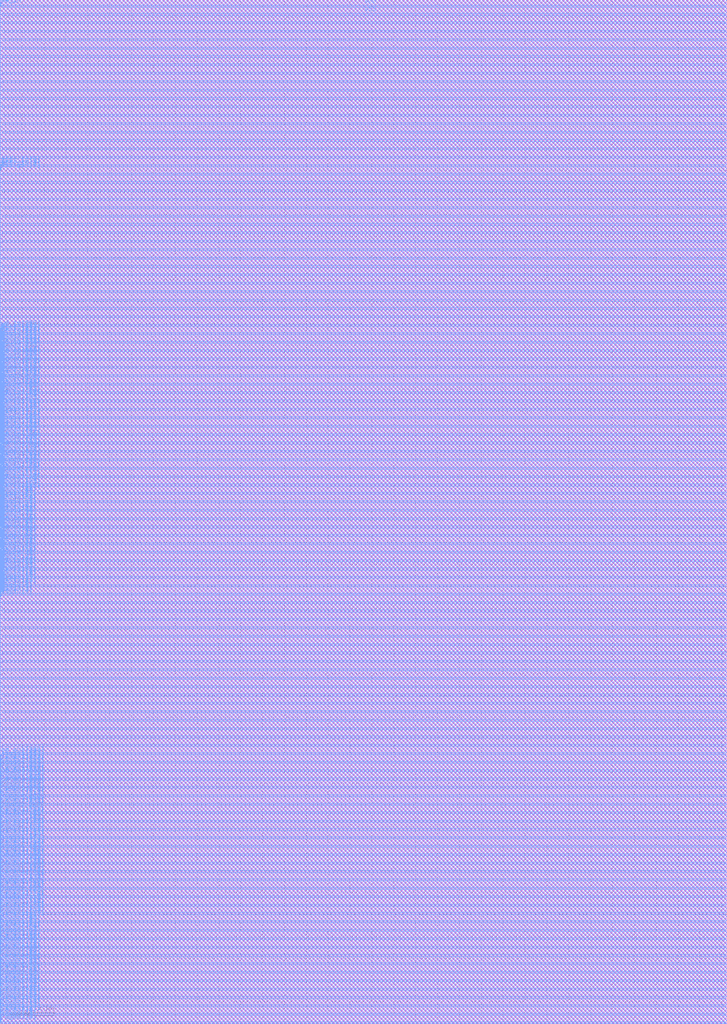
<source format=lef>
# Generated by FakeRAM 2.0
VERSION 5.7 ;
BUSBITCHARS "[]" ;
PROPERTYDEFINITIONS
  MACRO width INTEGER ;
  MACRO depth INTEGER ;
  MACRO banks INTEGER ;
END PROPERTYDEFINITIONS
MACRO fakeram7_64x256_upper
  PROPERTY width 256 ;
  PROPERTY depth 64 ;
  PROPERTY banks 1 ;
  FOREIGN fakeram7_64x256_upper 0 0 ;
  SYMMETRY X Y R90 ;
  SIZE 33.250 BY 46.800 ;
  CLASS BLOCK ;
  PIN rd_out[0]
    DIRECTION OUTPUT ;
    USE SIGNAL ;
    SHAPE ABUTMENT ;
    PORT
      LAYER M4_m ;
      RECT 0.000 0.048 0.036 0.072 ;
    END
  END rd_out[0]
  PIN rd_out[1]
    DIRECTION OUTPUT ;
    USE SIGNAL ;
    SHAPE ABUTMENT ;
    PORT
      LAYER M4_m ;
      RECT 0.000 0.096 0.036 0.120 ;
    END
  END rd_out[1]
  PIN rd_out[2]
    DIRECTION OUTPUT ;
    USE SIGNAL ;
    SHAPE ABUTMENT ;
    PORT
      LAYER M4_m ;
      RECT 0.000 0.144 0.036 0.168 ;
    END
  END rd_out[2]
  PIN rd_out[3]
    DIRECTION OUTPUT ;
    USE SIGNAL ;
    SHAPE ABUTMENT ;
    PORT
      LAYER M4_m ;
      RECT 0.000 0.192 0.036 0.216 ;
    END
  END rd_out[3]
  PIN rd_out[4]
    DIRECTION OUTPUT ;
    USE SIGNAL ;
    SHAPE ABUTMENT ;
    PORT
      LAYER M4_m ;
      RECT 0.000 0.240 0.036 0.264 ;
    END
  END rd_out[4]
  PIN rd_out[5]
    DIRECTION OUTPUT ;
    USE SIGNAL ;
    SHAPE ABUTMENT ;
    PORT
      LAYER M4_m ;
      RECT 0.000 0.288 0.036 0.312 ;
    END
  END rd_out[5]
  PIN rd_out[6]
    DIRECTION OUTPUT ;
    USE SIGNAL ;
    SHAPE ABUTMENT ;
    PORT
      LAYER M4_m ;
      RECT 0.000 0.336 0.036 0.360 ;
    END
  END rd_out[6]
  PIN rd_out[7]
    DIRECTION OUTPUT ;
    USE SIGNAL ;
    SHAPE ABUTMENT ;
    PORT
      LAYER M4_m ;
      RECT 0.000 0.384 0.036 0.408 ;
    END
  END rd_out[7]
  PIN rd_out[8]
    DIRECTION OUTPUT ;
    USE SIGNAL ;
    SHAPE ABUTMENT ;
    PORT
      LAYER M4_m ;
      RECT 0.000 0.432 0.036 0.456 ;
    END
  END rd_out[8]
  PIN rd_out[9]
    DIRECTION OUTPUT ;
    USE SIGNAL ;
    SHAPE ABUTMENT ;
    PORT
      LAYER M4_m ;
      RECT 0.000 0.480 0.036 0.504 ;
    END
  END rd_out[9]
  PIN rd_out[10]
    DIRECTION OUTPUT ;
    USE SIGNAL ;
    SHAPE ABUTMENT ;
    PORT
      LAYER M4_m ;
      RECT 0.000 0.528 0.036 0.552 ;
    END
  END rd_out[10]
  PIN rd_out[11]
    DIRECTION OUTPUT ;
    USE SIGNAL ;
    SHAPE ABUTMENT ;
    PORT
      LAYER M4_m ;
      RECT 0.000 0.576 0.036 0.600 ;
    END
  END rd_out[11]
  PIN rd_out[12]
    DIRECTION OUTPUT ;
    USE SIGNAL ;
    SHAPE ABUTMENT ;
    PORT
      LAYER M4_m ;
      RECT 0.000 0.624 0.036 0.648 ;
    END
  END rd_out[12]
  PIN rd_out[13]
    DIRECTION OUTPUT ;
    USE SIGNAL ;
    SHAPE ABUTMENT ;
    PORT
      LAYER M4_m ;
      RECT 0.000 0.672 0.036 0.696 ;
    END
  END rd_out[13]
  PIN rd_out[14]
    DIRECTION OUTPUT ;
    USE SIGNAL ;
    SHAPE ABUTMENT ;
    PORT
      LAYER M4_m ;
      RECT 0.000 0.720 0.036 0.744 ;
    END
  END rd_out[14]
  PIN rd_out[15]
    DIRECTION OUTPUT ;
    USE SIGNAL ;
    SHAPE ABUTMENT ;
    PORT
      LAYER M4_m ;
      RECT 0.000 0.768 0.036 0.792 ;
    END
  END rd_out[15]
  PIN rd_out[16]
    DIRECTION OUTPUT ;
    USE SIGNAL ;
    SHAPE ABUTMENT ;
    PORT
      LAYER M4_m ;
      RECT 0.000 0.816 0.036 0.840 ;
    END
  END rd_out[16]
  PIN rd_out[17]
    DIRECTION OUTPUT ;
    USE SIGNAL ;
    SHAPE ABUTMENT ;
    PORT
      LAYER M4_m ;
      RECT 0.000 0.864 0.036 0.888 ;
    END
  END rd_out[17]
  PIN rd_out[18]
    DIRECTION OUTPUT ;
    USE SIGNAL ;
    SHAPE ABUTMENT ;
    PORT
      LAYER M4_m ;
      RECT 0.000 0.912 0.036 0.936 ;
    END
  END rd_out[18]
  PIN rd_out[19]
    DIRECTION OUTPUT ;
    USE SIGNAL ;
    SHAPE ABUTMENT ;
    PORT
      LAYER M4_m ;
      RECT 0.000 0.960 0.036 0.984 ;
    END
  END rd_out[19]
  PIN rd_out[20]
    DIRECTION OUTPUT ;
    USE SIGNAL ;
    SHAPE ABUTMENT ;
    PORT
      LAYER M4_m ;
      RECT 0.000 1.008 0.036 1.032 ;
    END
  END rd_out[20]
  PIN rd_out[21]
    DIRECTION OUTPUT ;
    USE SIGNAL ;
    SHAPE ABUTMENT ;
    PORT
      LAYER M4_m ;
      RECT 0.000 1.056 0.036 1.080 ;
    END
  END rd_out[21]
  PIN rd_out[22]
    DIRECTION OUTPUT ;
    USE SIGNAL ;
    SHAPE ABUTMENT ;
    PORT
      LAYER M4_m ;
      RECT 0.000 1.104 0.036 1.128 ;
    END
  END rd_out[22]
  PIN rd_out[23]
    DIRECTION OUTPUT ;
    USE SIGNAL ;
    SHAPE ABUTMENT ;
    PORT
      LAYER M4_m ;
      RECT 0.000 1.152 0.036 1.176 ;
    END
  END rd_out[23]
  PIN rd_out[24]
    DIRECTION OUTPUT ;
    USE SIGNAL ;
    SHAPE ABUTMENT ;
    PORT
      LAYER M4_m ;
      RECT 0.000 1.200 0.036 1.224 ;
    END
  END rd_out[24]
  PIN rd_out[25]
    DIRECTION OUTPUT ;
    USE SIGNAL ;
    SHAPE ABUTMENT ;
    PORT
      LAYER M4_m ;
      RECT 0.000 1.248 0.036 1.272 ;
    END
  END rd_out[25]
  PIN rd_out[26]
    DIRECTION OUTPUT ;
    USE SIGNAL ;
    SHAPE ABUTMENT ;
    PORT
      LAYER M4_m ;
      RECT 0.000 1.296 0.036 1.320 ;
    END
  END rd_out[26]
  PIN rd_out[27]
    DIRECTION OUTPUT ;
    USE SIGNAL ;
    SHAPE ABUTMENT ;
    PORT
      LAYER M4_m ;
      RECT 0.000 1.344 0.036 1.368 ;
    END
  END rd_out[27]
  PIN rd_out[28]
    DIRECTION OUTPUT ;
    USE SIGNAL ;
    SHAPE ABUTMENT ;
    PORT
      LAYER M4_m ;
      RECT 0.000 1.392 0.036 1.416 ;
    END
  END rd_out[28]
  PIN rd_out[29]
    DIRECTION OUTPUT ;
    USE SIGNAL ;
    SHAPE ABUTMENT ;
    PORT
      LAYER M4_m ;
      RECT 0.000 1.440 0.036 1.464 ;
    END
  END rd_out[29]
  PIN rd_out[30]
    DIRECTION OUTPUT ;
    USE SIGNAL ;
    SHAPE ABUTMENT ;
    PORT
      LAYER M4_m ;
      RECT 0.000 1.488 0.036 1.512 ;
    END
  END rd_out[30]
  PIN rd_out[31]
    DIRECTION OUTPUT ;
    USE SIGNAL ;
    SHAPE ABUTMENT ;
    PORT
      LAYER M4_m ;
      RECT 0.000 1.536 0.036 1.560 ;
    END
  END rd_out[31]
  PIN rd_out[32]
    DIRECTION OUTPUT ;
    USE SIGNAL ;
    SHAPE ABUTMENT ;
    PORT
      LAYER M4_m ;
      RECT 0.000 1.584 0.036 1.608 ;
    END
  END rd_out[32]
  PIN rd_out[33]
    DIRECTION OUTPUT ;
    USE SIGNAL ;
    SHAPE ABUTMENT ;
    PORT
      LAYER M4_m ;
      RECT 0.000 1.632 0.036 1.656 ;
    END
  END rd_out[33]
  PIN rd_out[34]
    DIRECTION OUTPUT ;
    USE SIGNAL ;
    SHAPE ABUTMENT ;
    PORT
      LAYER M4_m ;
      RECT 0.000 1.680 0.036 1.704 ;
    END
  END rd_out[34]
  PIN rd_out[35]
    DIRECTION OUTPUT ;
    USE SIGNAL ;
    SHAPE ABUTMENT ;
    PORT
      LAYER M4_m ;
      RECT 0.000 1.728 0.036 1.752 ;
    END
  END rd_out[35]
  PIN rd_out[36]
    DIRECTION OUTPUT ;
    USE SIGNAL ;
    SHAPE ABUTMENT ;
    PORT
      LAYER M4_m ;
      RECT 0.000 1.776 0.036 1.800 ;
    END
  END rd_out[36]
  PIN rd_out[37]
    DIRECTION OUTPUT ;
    USE SIGNAL ;
    SHAPE ABUTMENT ;
    PORT
      LAYER M4_m ;
      RECT 0.000 1.824 0.036 1.848 ;
    END
  END rd_out[37]
  PIN rd_out[38]
    DIRECTION OUTPUT ;
    USE SIGNAL ;
    SHAPE ABUTMENT ;
    PORT
      LAYER M4_m ;
      RECT 0.000 1.872 0.036 1.896 ;
    END
  END rd_out[38]
  PIN rd_out[39]
    DIRECTION OUTPUT ;
    USE SIGNAL ;
    SHAPE ABUTMENT ;
    PORT
      LAYER M4_m ;
      RECT 0.000 1.920 0.036 1.944 ;
    END
  END rd_out[39]
  PIN rd_out[40]
    DIRECTION OUTPUT ;
    USE SIGNAL ;
    SHAPE ABUTMENT ;
    PORT
      LAYER M4_m ;
      RECT 0.000 1.968 0.036 1.992 ;
    END
  END rd_out[40]
  PIN rd_out[41]
    DIRECTION OUTPUT ;
    USE SIGNAL ;
    SHAPE ABUTMENT ;
    PORT
      LAYER M4_m ;
      RECT 0.000 2.016 0.036 2.040 ;
    END
  END rd_out[41]
  PIN rd_out[42]
    DIRECTION OUTPUT ;
    USE SIGNAL ;
    SHAPE ABUTMENT ;
    PORT
      LAYER M4_m ;
      RECT 0.000 2.064 0.036 2.088 ;
    END
  END rd_out[42]
  PIN rd_out[43]
    DIRECTION OUTPUT ;
    USE SIGNAL ;
    SHAPE ABUTMENT ;
    PORT
      LAYER M4_m ;
      RECT 0.000 2.112 0.036 2.136 ;
    END
  END rd_out[43]
  PIN rd_out[44]
    DIRECTION OUTPUT ;
    USE SIGNAL ;
    SHAPE ABUTMENT ;
    PORT
      LAYER M4_m ;
      RECT 0.000 2.160 0.036 2.184 ;
    END
  END rd_out[44]
  PIN rd_out[45]
    DIRECTION OUTPUT ;
    USE SIGNAL ;
    SHAPE ABUTMENT ;
    PORT
      LAYER M4_m ;
      RECT 0.000 2.208 0.036 2.232 ;
    END
  END rd_out[45]
  PIN rd_out[46]
    DIRECTION OUTPUT ;
    USE SIGNAL ;
    SHAPE ABUTMENT ;
    PORT
      LAYER M4_m ;
      RECT 0.000 2.256 0.036 2.280 ;
    END
  END rd_out[46]
  PIN rd_out[47]
    DIRECTION OUTPUT ;
    USE SIGNAL ;
    SHAPE ABUTMENT ;
    PORT
      LAYER M4_m ;
      RECT 0.000 2.304 0.036 2.328 ;
    END
  END rd_out[47]
  PIN rd_out[48]
    DIRECTION OUTPUT ;
    USE SIGNAL ;
    SHAPE ABUTMENT ;
    PORT
      LAYER M4_m ;
      RECT 0.000 2.352 0.036 2.376 ;
    END
  END rd_out[48]
  PIN rd_out[49]
    DIRECTION OUTPUT ;
    USE SIGNAL ;
    SHAPE ABUTMENT ;
    PORT
      LAYER M4_m ;
      RECT 0.000 2.400 0.036 2.424 ;
    END
  END rd_out[49]
  PIN rd_out[50]
    DIRECTION OUTPUT ;
    USE SIGNAL ;
    SHAPE ABUTMENT ;
    PORT
      LAYER M4_m ;
      RECT 0.000 2.448 0.036 2.472 ;
    END
  END rd_out[50]
  PIN rd_out[51]
    DIRECTION OUTPUT ;
    USE SIGNAL ;
    SHAPE ABUTMENT ;
    PORT
      LAYER M4_m ;
      RECT 0.000 2.496 0.036 2.520 ;
    END
  END rd_out[51]
  PIN rd_out[52]
    DIRECTION OUTPUT ;
    USE SIGNAL ;
    SHAPE ABUTMENT ;
    PORT
      LAYER M4_m ;
      RECT 0.000 2.544 0.036 2.568 ;
    END
  END rd_out[52]
  PIN rd_out[53]
    DIRECTION OUTPUT ;
    USE SIGNAL ;
    SHAPE ABUTMENT ;
    PORT
      LAYER M4_m ;
      RECT 0.000 2.592 0.036 2.616 ;
    END
  END rd_out[53]
  PIN rd_out[54]
    DIRECTION OUTPUT ;
    USE SIGNAL ;
    SHAPE ABUTMENT ;
    PORT
      LAYER M4_m ;
      RECT 0.000 2.640 0.036 2.664 ;
    END
  END rd_out[54]
  PIN rd_out[55]
    DIRECTION OUTPUT ;
    USE SIGNAL ;
    SHAPE ABUTMENT ;
    PORT
      LAYER M4_m ;
      RECT 0.000 2.688 0.036 2.712 ;
    END
  END rd_out[55]
  PIN rd_out[56]
    DIRECTION OUTPUT ;
    USE SIGNAL ;
    SHAPE ABUTMENT ;
    PORT
      LAYER M4_m ;
      RECT 0.000 2.736 0.036 2.760 ;
    END
  END rd_out[56]
  PIN rd_out[57]
    DIRECTION OUTPUT ;
    USE SIGNAL ;
    SHAPE ABUTMENT ;
    PORT
      LAYER M4_m ;
      RECT 0.000 2.784 0.036 2.808 ;
    END
  END rd_out[57]
  PIN rd_out[58]
    DIRECTION OUTPUT ;
    USE SIGNAL ;
    SHAPE ABUTMENT ;
    PORT
      LAYER M4_m ;
      RECT 0.000 2.832 0.036 2.856 ;
    END
  END rd_out[58]
  PIN rd_out[59]
    DIRECTION OUTPUT ;
    USE SIGNAL ;
    SHAPE ABUTMENT ;
    PORT
      LAYER M4_m ;
      RECT 0.000 2.880 0.036 2.904 ;
    END
  END rd_out[59]
  PIN rd_out[60]
    DIRECTION OUTPUT ;
    USE SIGNAL ;
    SHAPE ABUTMENT ;
    PORT
      LAYER M4_m ;
      RECT 0.000 2.928 0.036 2.952 ;
    END
  END rd_out[60]
  PIN rd_out[61]
    DIRECTION OUTPUT ;
    USE SIGNAL ;
    SHAPE ABUTMENT ;
    PORT
      LAYER M4_m ;
      RECT 0.000 2.976 0.036 3.000 ;
    END
  END rd_out[61]
  PIN rd_out[62]
    DIRECTION OUTPUT ;
    USE SIGNAL ;
    SHAPE ABUTMENT ;
    PORT
      LAYER M4_m ;
      RECT 0.000 3.024 0.036 3.048 ;
    END
  END rd_out[62]
  PIN rd_out[63]
    DIRECTION OUTPUT ;
    USE SIGNAL ;
    SHAPE ABUTMENT ;
    PORT
      LAYER M4_m ;
      RECT 0.000 3.072 0.036 3.096 ;
    END
  END rd_out[63]
  PIN rd_out[64]
    DIRECTION OUTPUT ;
    USE SIGNAL ;
    SHAPE ABUTMENT ;
    PORT
      LAYER M4_m ;
      RECT 0.000 3.120 0.036 3.144 ;
    END
  END rd_out[64]
  PIN rd_out[65]
    DIRECTION OUTPUT ;
    USE SIGNAL ;
    SHAPE ABUTMENT ;
    PORT
      LAYER M4_m ;
      RECT 0.000 3.168 0.036 3.192 ;
    END
  END rd_out[65]
  PIN rd_out[66]
    DIRECTION OUTPUT ;
    USE SIGNAL ;
    SHAPE ABUTMENT ;
    PORT
      LAYER M4_m ;
      RECT 0.000 3.216 0.036 3.240 ;
    END
  END rd_out[66]
  PIN rd_out[67]
    DIRECTION OUTPUT ;
    USE SIGNAL ;
    SHAPE ABUTMENT ;
    PORT
      LAYER M4_m ;
      RECT 0.000 3.264 0.036 3.288 ;
    END
  END rd_out[67]
  PIN rd_out[68]
    DIRECTION OUTPUT ;
    USE SIGNAL ;
    SHAPE ABUTMENT ;
    PORT
      LAYER M4_m ;
      RECT 0.000 3.312 0.036 3.336 ;
    END
  END rd_out[68]
  PIN rd_out[69]
    DIRECTION OUTPUT ;
    USE SIGNAL ;
    SHAPE ABUTMENT ;
    PORT
      LAYER M4_m ;
      RECT 0.000 3.360 0.036 3.384 ;
    END
  END rd_out[69]
  PIN rd_out[70]
    DIRECTION OUTPUT ;
    USE SIGNAL ;
    SHAPE ABUTMENT ;
    PORT
      LAYER M4_m ;
      RECT 0.000 3.408 0.036 3.432 ;
    END
  END rd_out[70]
  PIN rd_out[71]
    DIRECTION OUTPUT ;
    USE SIGNAL ;
    SHAPE ABUTMENT ;
    PORT
      LAYER M4_m ;
      RECT 0.000 3.456 0.036 3.480 ;
    END
  END rd_out[71]
  PIN rd_out[72]
    DIRECTION OUTPUT ;
    USE SIGNAL ;
    SHAPE ABUTMENT ;
    PORT
      LAYER M4_m ;
      RECT 0.000 3.504 0.036 3.528 ;
    END
  END rd_out[72]
  PIN rd_out[73]
    DIRECTION OUTPUT ;
    USE SIGNAL ;
    SHAPE ABUTMENT ;
    PORT
      LAYER M4_m ;
      RECT 0.000 3.552 0.036 3.576 ;
    END
  END rd_out[73]
  PIN rd_out[74]
    DIRECTION OUTPUT ;
    USE SIGNAL ;
    SHAPE ABUTMENT ;
    PORT
      LAYER M4_m ;
      RECT 0.000 3.600 0.036 3.624 ;
    END
  END rd_out[74]
  PIN rd_out[75]
    DIRECTION OUTPUT ;
    USE SIGNAL ;
    SHAPE ABUTMENT ;
    PORT
      LAYER M4_m ;
      RECT 0.000 3.648 0.036 3.672 ;
    END
  END rd_out[75]
  PIN rd_out[76]
    DIRECTION OUTPUT ;
    USE SIGNAL ;
    SHAPE ABUTMENT ;
    PORT
      LAYER M4_m ;
      RECT 0.000 3.696 0.036 3.720 ;
    END
  END rd_out[76]
  PIN rd_out[77]
    DIRECTION OUTPUT ;
    USE SIGNAL ;
    SHAPE ABUTMENT ;
    PORT
      LAYER M4_m ;
      RECT 0.000 3.744 0.036 3.768 ;
    END
  END rd_out[77]
  PIN rd_out[78]
    DIRECTION OUTPUT ;
    USE SIGNAL ;
    SHAPE ABUTMENT ;
    PORT
      LAYER M4_m ;
      RECT 0.000 3.792 0.036 3.816 ;
    END
  END rd_out[78]
  PIN rd_out[79]
    DIRECTION OUTPUT ;
    USE SIGNAL ;
    SHAPE ABUTMENT ;
    PORT
      LAYER M4_m ;
      RECT 0.000 3.840 0.036 3.864 ;
    END
  END rd_out[79]
  PIN rd_out[80]
    DIRECTION OUTPUT ;
    USE SIGNAL ;
    SHAPE ABUTMENT ;
    PORT
      LAYER M4_m ;
      RECT 0.000 3.888 0.036 3.912 ;
    END
  END rd_out[80]
  PIN rd_out[81]
    DIRECTION OUTPUT ;
    USE SIGNAL ;
    SHAPE ABUTMENT ;
    PORT
      LAYER M4_m ;
      RECT 0.000 3.936 0.036 3.960 ;
    END
  END rd_out[81]
  PIN rd_out[82]
    DIRECTION OUTPUT ;
    USE SIGNAL ;
    SHAPE ABUTMENT ;
    PORT
      LAYER M4_m ;
      RECT 0.000 3.984 0.036 4.008 ;
    END
  END rd_out[82]
  PIN rd_out[83]
    DIRECTION OUTPUT ;
    USE SIGNAL ;
    SHAPE ABUTMENT ;
    PORT
      LAYER M4_m ;
      RECT 0.000 4.032 0.036 4.056 ;
    END
  END rd_out[83]
  PIN rd_out[84]
    DIRECTION OUTPUT ;
    USE SIGNAL ;
    SHAPE ABUTMENT ;
    PORT
      LAYER M4_m ;
      RECT 0.000 4.080 0.036 4.104 ;
    END
  END rd_out[84]
  PIN rd_out[85]
    DIRECTION OUTPUT ;
    USE SIGNAL ;
    SHAPE ABUTMENT ;
    PORT
      LAYER M4_m ;
      RECT 0.000 4.128 0.036 4.152 ;
    END
  END rd_out[85]
  PIN rd_out[86]
    DIRECTION OUTPUT ;
    USE SIGNAL ;
    SHAPE ABUTMENT ;
    PORT
      LAYER M4_m ;
      RECT 0.000 4.176 0.036 4.200 ;
    END
  END rd_out[86]
  PIN rd_out[87]
    DIRECTION OUTPUT ;
    USE SIGNAL ;
    SHAPE ABUTMENT ;
    PORT
      LAYER M4_m ;
      RECT 0.000 4.224 0.036 4.248 ;
    END
  END rd_out[87]
  PIN rd_out[88]
    DIRECTION OUTPUT ;
    USE SIGNAL ;
    SHAPE ABUTMENT ;
    PORT
      LAYER M4_m ;
      RECT 0.000 4.272 0.036 4.296 ;
    END
  END rd_out[88]
  PIN rd_out[89]
    DIRECTION OUTPUT ;
    USE SIGNAL ;
    SHAPE ABUTMENT ;
    PORT
      LAYER M4_m ;
      RECT 0.000 4.320 0.036 4.344 ;
    END
  END rd_out[89]
  PIN rd_out[90]
    DIRECTION OUTPUT ;
    USE SIGNAL ;
    SHAPE ABUTMENT ;
    PORT
      LAYER M4_m ;
      RECT 0.000 4.368 0.036 4.392 ;
    END
  END rd_out[90]
  PIN rd_out[91]
    DIRECTION OUTPUT ;
    USE SIGNAL ;
    SHAPE ABUTMENT ;
    PORT
      LAYER M4_m ;
      RECT 0.000 4.416 0.036 4.440 ;
    END
  END rd_out[91]
  PIN rd_out[92]
    DIRECTION OUTPUT ;
    USE SIGNAL ;
    SHAPE ABUTMENT ;
    PORT
      LAYER M4_m ;
      RECT 0.000 4.464 0.036 4.488 ;
    END
  END rd_out[92]
  PIN rd_out[93]
    DIRECTION OUTPUT ;
    USE SIGNAL ;
    SHAPE ABUTMENT ;
    PORT
      LAYER M4_m ;
      RECT 0.000 4.512 0.036 4.536 ;
    END
  END rd_out[93]
  PIN rd_out[94]
    DIRECTION OUTPUT ;
    USE SIGNAL ;
    SHAPE ABUTMENT ;
    PORT
      LAYER M4_m ;
      RECT 0.000 4.560 0.036 4.584 ;
    END
  END rd_out[94]
  PIN rd_out[95]
    DIRECTION OUTPUT ;
    USE SIGNAL ;
    SHAPE ABUTMENT ;
    PORT
      LAYER M4_m ;
      RECT 0.000 4.608 0.036 4.632 ;
    END
  END rd_out[95]
  PIN rd_out[96]
    DIRECTION OUTPUT ;
    USE SIGNAL ;
    SHAPE ABUTMENT ;
    PORT
      LAYER M4_m ;
      RECT 0.000 4.656 0.036 4.680 ;
    END
  END rd_out[96]
  PIN rd_out[97]
    DIRECTION OUTPUT ;
    USE SIGNAL ;
    SHAPE ABUTMENT ;
    PORT
      LAYER M4_m ;
      RECT 0.000 4.704 0.036 4.728 ;
    END
  END rd_out[97]
  PIN rd_out[98]
    DIRECTION OUTPUT ;
    USE SIGNAL ;
    SHAPE ABUTMENT ;
    PORT
      LAYER M4_m ;
      RECT 0.000 4.752 0.036 4.776 ;
    END
  END rd_out[98]
  PIN rd_out[99]
    DIRECTION OUTPUT ;
    USE SIGNAL ;
    SHAPE ABUTMENT ;
    PORT
      LAYER M4_m ;
      RECT 0.000 4.800 0.036 4.824 ;
    END
  END rd_out[99]
  PIN rd_out[100]
    DIRECTION OUTPUT ;
    USE SIGNAL ;
    SHAPE ABUTMENT ;
    PORT
      LAYER M4_m ;
      RECT 0.000 4.848 0.036 4.872 ;
    END
  END rd_out[100]
  PIN rd_out[101]
    DIRECTION OUTPUT ;
    USE SIGNAL ;
    SHAPE ABUTMENT ;
    PORT
      LAYER M4_m ;
      RECT 0.000 4.896 0.036 4.920 ;
    END
  END rd_out[101]
  PIN rd_out[102]
    DIRECTION OUTPUT ;
    USE SIGNAL ;
    SHAPE ABUTMENT ;
    PORT
      LAYER M4_m ;
      RECT 0.000 4.944 0.036 4.968 ;
    END
  END rd_out[102]
  PIN rd_out[103]
    DIRECTION OUTPUT ;
    USE SIGNAL ;
    SHAPE ABUTMENT ;
    PORT
      LAYER M4_m ;
      RECT 0.000 4.992 0.036 5.016 ;
    END
  END rd_out[103]
  PIN rd_out[104]
    DIRECTION OUTPUT ;
    USE SIGNAL ;
    SHAPE ABUTMENT ;
    PORT
      LAYER M4_m ;
      RECT 0.000 5.040 0.036 5.064 ;
    END
  END rd_out[104]
  PIN rd_out[105]
    DIRECTION OUTPUT ;
    USE SIGNAL ;
    SHAPE ABUTMENT ;
    PORT
      LAYER M4_m ;
      RECT 0.000 5.088 0.036 5.112 ;
    END
  END rd_out[105]
  PIN rd_out[106]
    DIRECTION OUTPUT ;
    USE SIGNAL ;
    SHAPE ABUTMENT ;
    PORT
      LAYER M4_m ;
      RECT 0.000 5.136 0.036 5.160 ;
    END
  END rd_out[106]
  PIN rd_out[107]
    DIRECTION OUTPUT ;
    USE SIGNAL ;
    SHAPE ABUTMENT ;
    PORT
      LAYER M4_m ;
      RECT 0.000 5.184 0.036 5.208 ;
    END
  END rd_out[107]
  PIN rd_out[108]
    DIRECTION OUTPUT ;
    USE SIGNAL ;
    SHAPE ABUTMENT ;
    PORT
      LAYER M4_m ;
      RECT 0.000 5.232 0.036 5.256 ;
    END
  END rd_out[108]
  PIN rd_out[109]
    DIRECTION OUTPUT ;
    USE SIGNAL ;
    SHAPE ABUTMENT ;
    PORT
      LAYER M4_m ;
      RECT 0.000 5.280 0.036 5.304 ;
    END
  END rd_out[109]
  PIN rd_out[110]
    DIRECTION OUTPUT ;
    USE SIGNAL ;
    SHAPE ABUTMENT ;
    PORT
      LAYER M4_m ;
      RECT 0.000 5.328 0.036 5.352 ;
    END
  END rd_out[110]
  PIN rd_out[111]
    DIRECTION OUTPUT ;
    USE SIGNAL ;
    SHAPE ABUTMENT ;
    PORT
      LAYER M4_m ;
      RECT 0.000 5.376 0.036 5.400 ;
    END
  END rd_out[111]
  PIN rd_out[112]
    DIRECTION OUTPUT ;
    USE SIGNAL ;
    SHAPE ABUTMENT ;
    PORT
      LAYER M4_m ;
      RECT 0.000 5.424 0.036 5.448 ;
    END
  END rd_out[112]
  PIN rd_out[113]
    DIRECTION OUTPUT ;
    USE SIGNAL ;
    SHAPE ABUTMENT ;
    PORT
      LAYER M4_m ;
      RECT 0.000 5.472 0.036 5.496 ;
    END
  END rd_out[113]
  PIN rd_out[114]
    DIRECTION OUTPUT ;
    USE SIGNAL ;
    SHAPE ABUTMENT ;
    PORT
      LAYER M4_m ;
      RECT 0.000 5.520 0.036 5.544 ;
    END
  END rd_out[114]
  PIN rd_out[115]
    DIRECTION OUTPUT ;
    USE SIGNAL ;
    SHAPE ABUTMENT ;
    PORT
      LAYER M4_m ;
      RECT 0.000 5.568 0.036 5.592 ;
    END
  END rd_out[115]
  PIN rd_out[116]
    DIRECTION OUTPUT ;
    USE SIGNAL ;
    SHAPE ABUTMENT ;
    PORT
      LAYER M4_m ;
      RECT 0.000 5.616 0.036 5.640 ;
    END
  END rd_out[116]
  PIN rd_out[117]
    DIRECTION OUTPUT ;
    USE SIGNAL ;
    SHAPE ABUTMENT ;
    PORT
      LAYER M4_m ;
      RECT 0.000 5.664 0.036 5.688 ;
    END
  END rd_out[117]
  PIN rd_out[118]
    DIRECTION OUTPUT ;
    USE SIGNAL ;
    SHAPE ABUTMENT ;
    PORT
      LAYER M4_m ;
      RECT 0.000 5.712 0.036 5.736 ;
    END
  END rd_out[118]
  PIN rd_out[119]
    DIRECTION OUTPUT ;
    USE SIGNAL ;
    SHAPE ABUTMENT ;
    PORT
      LAYER M4_m ;
      RECT 0.000 5.760 0.036 5.784 ;
    END
  END rd_out[119]
  PIN rd_out[120]
    DIRECTION OUTPUT ;
    USE SIGNAL ;
    SHAPE ABUTMENT ;
    PORT
      LAYER M4_m ;
      RECT 0.000 5.808 0.036 5.832 ;
    END
  END rd_out[120]
  PIN rd_out[121]
    DIRECTION OUTPUT ;
    USE SIGNAL ;
    SHAPE ABUTMENT ;
    PORT
      LAYER M4_m ;
      RECT 0.000 5.856 0.036 5.880 ;
    END
  END rd_out[121]
  PIN rd_out[122]
    DIRECTION OUTPUT ;
    USE SIGNAL ;
    SHAPE ABUTMENT ;
    PORT
      LAYER M4_m ;
      RECT 0.000 5.904 0.036 5.928 ;
    END
  END rd_out[122]
  PIN rd_out[123]
    DIRECTION OUTPUT ;
    USE SIGNAL ;
    SHAPE ABUTMENT ;
    PORT
      LAYER M4_m ;
      RECT 0.000 5.952 0.036 5.976 ;
    END
  END rd_out[123]
  PIN rd_out[124]
    DIRECTION OUTPUT ;
    USE SIGNAL ;
    SHAPE ABUTMENT ;
    PORT
      LAYER M4_m ;
      RECT 0.000 6.000 0.036 6.024 ;
    END
  END rd_out[124]
  PIN rd_out[125]
    DIRECTION OUTPUT ;
    USE SIGNAL ;
    SHAPE ABUTMENT ;
    PORT
      LAYER M4_m ;
      RECT 0.000 6.048 0.036 6.072 ;
    END
  END rd_out[125]
  PIN rd_out[126]
    DIRECTION OUTPUT ;
    USE SIGNAL ;
    SHAPE ABUTMENT ;
    PORT
      LAYER M4_m ;
      RECT 0.000 6.096 0.036 6.120 ;
    END
  END rd_out[126]
  PIN rd_out[127]
    DIRECTION OUTPUT ;
    USE SIGNAL ;
    SHAPE ABUTMENT ;
    PORT
      LAYER M4_m ;
      RECT 0.000 6.144 0.036 6.168 ;
    END
  END rd_out[127]
  PIN rd_out[128]
    DIRECTION OUTPUT ;
    USE SIGNAL ;
    SHAPE ABUTMENT ;
    PORT
      LAYER M4_m ;
      RECT 0.000 6.192 0.036 6.216 ;
    END
  END rd_out[128]
  PIN rd_out[129]
    DIRECTION OUTPUT ;
    USE SIGNAL ;
    SHAPE ABUTMENT ;
    PORT
      LAYER M4_m ;
      RECT 0.000 6.240 0.036 6.264 ;
    END
  END rd_out[129]
  PIN rd_out[130]
    DIRECTION OUTPUT ;
    USE SIGNAL ;
    SHAPE ABUTMENT ;
    PORT
      LAYER M4_m ;
      RECT 0.000 6.288 0.036 6.312 ;
    END
  END rd_out[130]
  PIN rd_out[131]
    DIRECTION OUTPUT ;
    USE SIGNAL ;
    SHAPE ABUTMENT ;
    PORT
      LAYER M4_m ;
      RECT 0.000 6.336 0.036 6.360 ;
    END
  END rd_out[131]
  PIN rd_out[132]
    DIRECTION OUTPUT ;
    USE SIGNAL ;
    SHAPE ABUTMENT ;
    PORT
      LAYER M4_m ;
      RECT 0.000 6.384 0.036 6.408 ;
    END
  END rd_out[132]
  PIN rd_out[133]
    DIRECTION OUTPUT ;
    USE SIGNAL ;
    SHAPE ABUTMENT ;
    PORT
      LAYER M4_m ;
      RECT 0.000 6.432 0.036 6.456 ;
    END
  END rd_out[133]
  PIN rd_out[134]
    DIRECTION OUTPUT ;
    USE SIGNAL ;
    SHAPE ABUTMENT ;
    PORT
      LAYER M4_m ;
      RECT 0.000 6.480 0.036 6.504 ;
    END
  END rd_out[134]
  PIN rd_out[135]
    DIRECTION OUTPUT ;
    USE SIGNAL ;
    SHAPE ABUTMENT ;
    PORT
      LAYER M4_m ;
      RECT 0.000 6.528 0.036 6.552 ;
    END
  END rd_out[135]
  PIN rd_out[136]
    DIRECTION OUTPUT ;
    USE SIGNAL ;
    SHAPE ABUTMENT ;
    PORT
      LAYER M4_m ;
      RECT 0.000 6.576 0.036 6.600 ;
    END
  END rd_out[136]
  PIN rd_out[137]
    DIRECTION OUTPUT ;
    USE SIGNAL ;
    SHAPE ABUTMENT ;
    PORT
      LAYER M4_m ;
      RECT 0.000 6.624 0.036 6.648 ;
    END
  END rd_out[137]
  PIN rd_out[138]
    DIRECTION OUTPUT ;
    USE SIGNAL ;
    SHAPE ABUTMENT ;
    PORT
      LAYER M4_m ;
      RECT 0.000 6.672 0.036 6.696 ;
    END
  END rd_out[138]
  PIN rd_out[139]
    DIRECTION OUTPUT ;
    USE SIGNAL ;
    SHAPE ABUTMENT ;
    PORT
      LAYER M4_m ;
      RECT 0.000 6.720 0.036 6.744 ;
    END
  END rd_out[139]
  PIN rd_out[140]
    DIRECTION OUTPUT ;
    USE SIGNAL ;
    SHAPE ABUTMENT ;
    PORT
      LAYER M4_m ;
      RECT 0.000 6.768 0.036 6.792 ;
    END
  END rd_out[140]
  PIN rd_out[141]
    DIRECTION OUTPUT ;
    USE SIGNAL ;
    SHAPE ABUTMENT ;
    PORT
      LAYER M4_m ;
      RECT 0.000 6.816 0.036 6.840 ;
    END
  END rd_out[141]
  PIN rd_out[142]
    DIRECTION OUTPUT ;
    USE SIGNAL ;
    SHAPE ABUTMENT ;
    PORT
      LAYER M4_m ;
      RECT 0.000 6.864 0.036 6.888 ;
    END
  END rd_out[142]
  PIN rd_out[143]
    DIRECTION OUTPUT ;
    USE SIGNAL ;
    SHAPE ABUTMENT ;
    PORT
      LAYER M4_m ;
      RECT 0.000 6.912 0.036 6.936 ;
    END
  END rd_out[143]
  PIN rd_out[144]
    DIRECTION OUTPUT ;
    USE SIGNAL ;
    SHAPE ABUTMENT ;
    PORT
      LAYER M4_m ;
      RECT 0.000 6.960 0.036 6.984 ;
    END
  END rd_out[144]
  PIN rd_out[145]
    DIRECTION OUTPUT ;
    USE SIGNAL ;
    SHAPE ABUTMENT ;
    PORT
      LAYER M4_m ;
      RECT 0.000 7.008 0.036 7.032 ;
    END
  END rd_out[145]
  PIN rd_out[146]
    DIRECTION OUTPUT ;
    USE SIGNAL ;
    SHAPE ABUTMENT ;
    PORT
      LAYER M4_m ;
      RECT 0.000 7.056 0.036 7.080 ;
    END
  END rd_out[146]
  PIN rd_out[147]
    DIRECTION OUTPUT ;
    USE SIGNAL ;
    SHAPE ABUTMENT ;
    PORT
      LAYER M4_m ;
      RECT 0.000 7.104 0.036 7.128 ;
    END
  END rd_out[147]
  PIN rd_out[148]
    DIRECTION OUTPUT ;
    USE SIGNAL ;
    SHAPE ABUTMENT ;
    PORT
      LAYER M4_m ;
      RECT 0.000 7.152 0.036 7.176 ;
    END
  END rd_out[148]
  PIN rd_out[149]
    DIRECTION OUTPUT ;
    USE SIGNAL ;
    SHAPE ABUTMENT ;
    PORT
      LAYER M4_m ;
      RECT 0.000 7.200 0.036 7.224 ;
    END
  END rd_out[149]
  PIN rd_out[150]
    DIRECTION OUTPUT ;
    USE SIGNAL ;
    SHAPE ABUTMENT ;
    PORT
      LAYER M4_m ;
      RECT 0.000 7.248 0.036 7.272 ;
    END
  END rd_out[150]
  PIN rd_out[151]
    DIRECTION OUTPUT ;
    USE SIGNAL ;
    SHAPE ABUTMENT ;
    PORT
      LAYER M4_m ;
      RECT 0.000 7.296 0.036 7.320 ;
    END
  END rd_out[151]
  PIN rd_out[152]
    DIRECTION OUTPUT ;
    USE SIGNAL ;
    SHAPE ABUTMENT ;
    PORT
      LAYER M4_m ;
      RECT 0.000 7.344 0.036 7.368 ;
    END
  END rd_out[152]
  PIN rd_out[153]
    DIRECTION OUTPUT ;
    USE SIGNAL ;
    SHAPE ABUTMENT ;
    PORT
      LAYER M4_m ;
      RECT 0.000 7.392 0.036 7.416 ;
    END
  END rd_out[153]
  PIN rd_out[154]
    DIRECTION OUTPUT ;
    USE SIGNAL ;
    SHAPE ABUTMENT ;
    PORT
      LAYER M4_m ;
      RECT 0.000 7.440 0.036 7.464 ;
    END
  END rd_out[154]
  PIN rd_out[155]
    DIRECTION OUTPUT ;
    USE SIGNAL ;
    SHAPE ABUTMENT ;
    PORT
      LAYER M4_m ;
      RECT 0.000 7.488 0.036 7.512 ;
    END
  END rd_out[155]
  PIN rd_out[156]
    DIRECTION OUTPUT ;
    USE SIGNAL ;
    SHAPE ABUTMENT ;
    PORT
      LAYER M4_m ;
      RECT 0.000 7.536 0.036 7.560 ;
    END
  END rd_out[156]
  PIN rd_out[157]
    DIRECTION OUTPUT ;
    USE SIGNAL ;
    SHAPE ABUTMENT ;
    PORT
      LAYER M4_m ;
      RECT 0.000 7.584 0.036 7.608 ;
    END
  END rd_out[157]
  PIN rd_out[158]
    DIRECTION OUTPUT ;
    USE SIGNAL ;
    SHAPE ABUTMENT ;
    PORT
      LAYER M4_m ;
      RECT 0.000 7.632 0.036 7.656 ;
    END
  END rd_out[158]
  PIN rd_out[159]
    DIRECTION OUTPUT ;
    USE SIGNAL ;
    SHAPE ABUTMENT ;
    PORT
      LAYER M4_m ;
      RECT 0.000 7.680 0.036 7.704 ;
    END
  END rd_out[159]
  PIN rd_out[160]
    DIRECTION OUTPUT ;
    USE SIGNAL ;
    SHAPE ABUTMENT ;
    PORT
      LAYER M4_m ;
      RECT 0.000 7.728 0.036 7.752 ;
    END
  END rd_out[160]
  PIN rd_out[161]
    DIRECTION OUTPUT ;
    USE SIGNAL ;
    SHAPE ABUTMENT ;
    PORT
      LAYER M4_m ;
      RECT 0.000 7.776 0.036 7.800 ;
    END
  END rd_out[161]
  PIN rd_out[162]
    DIRECTION OUTPUT ;
    USE SIGNAL ;
    SHAPE ABUTMENT ;
    PORT
      LAYER M4_m ;
      RECT 0.000 7.824 0.036 7.848 ;
    END
  END rd_out[162]
  PIN rd_out[163]
    DIRECTION OUTPUT ;
    USE SIGNAL ;
    SHAPE ABUTMENT ;
    PORT
      LAYER M4_m ;
      RECT 0.000 7.872 0.036 7.896 ;
    END
  END rd_out[163]
  PIN rd_out[164]
    DIRECTION OUTPUT ;
    USE SIGNAL ;
    SHAPE ABUTMENT ;
    PORT
      LAYER M4_m ;
      RECT 0.000 7.920 0.036 7.944 ;
    END
  END rd_out[164]
  PIN rd_out[165]
    DIRECTION OUTPUT ;
    USE SIGNAL ;
    SHAPE ABUTMENT ;
    PORT
      LAYER M4_m ;
      RECT 0.000 7.968 0.036 7.992 ;
    END
  END rd_out[165]
  PIN rd_out[166]
    DIRECTION OUTPUT ;
    USE SIGNAL ;
    SHAPE ABUTMENT ;
    PORT
      LAYER M4_m ;
      RECT 0.000 8.016 0.036 8.040 ;
    END
  END rd_out[166]
  PIN rd_out[167]
    DIRECTION OUTPUT ;
    USE SIGNAL ;
    SHAPE ABUTMENT ;
    PORT
      LAYER M4_m ;
      RECT 0.000 8.064 0.036 8.088 ;
    END
  END rd_out[167]
  PIN rd_out[168]
    DIRECTION OUTPUT ;
    USE SIGNAL ;
    SHAPE ABUTMENT ;
    PORT
      LAYER M4_m ;
      RECT 0.000 8.112 0.036 8.136 ;
    END
  END rd_out[168]
  PIN rd_out[169]
    DIRECTION OUTPUT ;
    USE SIGNAL ;
    SHAPE ABUTMENT ;
    PORT
      LAYER M4_m ;
      RECT 0.000 8.160 0.036 8.184 ;
    END
  END rd_out[169]
  PIN rd_out[170]
    DIRECTION OUTPUT ;
    USE SIGNAL ;
    SHAPE ABUTMENT ;
    PORT
      LAYER M4_m ;
      RECT 0.000 8.208 0.036 8.232 ;
    END
  END rd_out[170]
  PIN rd_out[171]
    DIRECTION OUTPUT ;
    USE SIGNAL ;
    SHAPE ABUTMENT ;
    PORT
      LAYER M4_m ;
      RECT 0.000 8.256 0.036 8.280 ;
    END
  END rd_out[171]
  PIN rd_out[172]
    DIRECTION OUTPUT ;
    USE SIGNAL ;
    SHAPE ABUTMENT ;
    PORT
      LAYER M4_m ;
      RECT 0.000 8.304 0.036 8.328 ;
    END
  END rd_out[172]
  PIN rd_out[173]
    DIRECTION OUTPUT ;
    USE SIGNAL ;
    SHAPE ABUTMENT ;
    PORT
      LAYER M4_m ;
      RECT 0.000 8.352 0.036 8.376 ;
    END
  END rd_out[173]
  PIN rd_out[174]
    DIRECTION OUTPUT ;
    USE SIGNAL ;
    SHAPE ABUTMENT ;
    PORT
      LAYER M4_m ;
      RECT 0.000 8.400 0.036 8.424 ;
    END
  END rd_out[174]
  PIN rd_out[175]
    DIRECTION OUTPUT ;
    USE SIGNAL ;
    SHAPE ABUTMENT ;
    PORT
      LAYER M4_m ;
      RECT 0.000 8.448 0.036 8.472 ;
    END
  END rd_out[175]
  PIN rd_out[176]
    DIRECTION OUTPUT ;
    USE SIGNAL ;
    SHAPE ABUTMENT ;
    PORT
      LAYER M4_m ;
      RECT 0.000 8.496 0.036 8.520 ;
    END
  END rd_out[176]
  PIN rd_out[177]
    DIRECTION OUTPUT ;
    USE SIGNAL ;
    SHAPE ABUTMENT ;
    PORT
      LAYER M4_m ;
      RECT 0.000 8.544 0.036 8.568 ;
    END
  END rd_out[177]
  PIN rd_out[178]
    DIRECTION OUTPUT ;
    USE SIGNAL ;
    SHAPE ABUTMENT ;
    PORT
      LAYER M4_m ;
      RECT 0.000 8.592 0.036 8.616 ;
    END
  END rd_out[178]
  PIN rd_out[179]
    DIRECTION OUTPUT ;
    USE SIGNAL ;
    SHAPE ABUTMENT ;
    PORT
      LAYER M4_m ;
      RECT 0.000 8.640 0.036 8.664 ;
    END
  END rd_out[179]
  PIN rd_out[180]
    DIRECTION OUTPUT ;
    USE SIGNAL ;
    SHAPE ABUTMENT ;
    PORT
      LAYER M4_m ;
      RECT 0.000 8.688 0.036 8.712 ;
    END
  END rd_out[180]
  PIN rd_out[181]
    DIRECTION OUTPUT ;
    USE SIGNAL ;
    SHAPE ABUTMENT ;
    PORT
      LAYER M4_m ;
      RECT 0.000 8.736 0.036 8.760 ;
    END
  END rd_out[181]
  PIN rd_out[182]
    DIRECTION OUTPUT ;
    USE SIGNAL ;
    SHAPE ABUTMENT ;
    PORT
      LAYER M4_m ;
      RECT 0.000 8.784 0.036 8.808 ;
    END
  END rd_out[182]
  PIN rd_out[183]
    DIRECTION OUTPUT ;
    USE SIGNAL ;
    SHAPE ABUTMENT ;
    PORT
      LAYER M4_m ;
      RECT 0.000 8.832 0.036 8.856 ;
    END
  END rd_out[183]
  PIN rd_out[184]
    DIRECTION OUTPUT ;
    USE SIGNAL ;
    SHAPE ABUTMENT ;
    PORT
      LAYER M4_m ;
      RECT 0.000 8.880 0.036 8.904 ;
    END
  END rd_out[184]
  PIN rd_out[185]
    DIRECTION OUTPUT ;
    USE SIGNAL ;
    SHAPE ABUTMENT ;
    PORT
      LAYER M4_m ;
      RECT 0.000 8.928 0.036 8.952 ;
    END
  END rd_out[185]
  PIN rd_out[186]
    DIRECTION OUTPUT ;
    USE SIGNAL ;
    SHAPE ABUTMENT ;
    PORT
      LAYER M4_m ;
      RECT 0.000 8.976 0.036 9.000 ;
    END
  END rd_out[186]
  PIN rd_out[187]
    DIRECTION OUTPUT ;
    USE SIGNAL ;
    SHAPE ABUTMENT ;
    PORT
      LAYER M4_m ;
      RECT 0.000 9.024 0.036 9.048 ;
    END
  END rd_out[187]
  PIN rd_out[188]
    DIRECTION OUTPUT ;
    USE SIGNAL ;
    SHAPE ABUTMENT ;
    PORT
      LAYER M4_m ;
      RECT 0.000 9.072 0.036 9.096 ;
    END
  END rd_out[188]
  PIN rd_out[189]
    DIRECTION OUTPUT ;
    USE SIGNAL ;
    SHAPE ABUTMENT ;
    PORT
      LAYER M4_m ;
      RECT 0.000 9.120 0.036 9.144 ;
    END
  END rd_out[189]
  PIN rd_out[190]
    DIRECTION OUTPUT ;
    USE SIGNAL ;
    SHAPE ABUTMENT ;
    PORT
      LAYER M4_m ;
      RECT 0.000 9.168 0.036 9.192 ;
    END
  END rd_out[190]
  PIN rd_out[191]
    DIRECTION OUTPUT ;
    USE SIGNAL ;
    SHAPE ABUTMENT ;
    PORT
      LAYER M4_m ;
      RECT 0.000 9.216 0.036 9.240 ;
    END
  END rd_out[191]
  PIN rd_out[192]
    DIRECTION OUTPUT ;
    USE SIGNAL ;
    SHAPE ABUTMENT ;
    PORT
      LAYER M4_m ;
      RECT 0.000 9.264 0.036 9.288 ;
    END
  END rd_out[192]
  PIN rd_out[193]
    DIRECTION OUTPUT ;
    USE SIGNAL ;
    SHAPE ABUTMENT ;
    PORT
      LAYER M4_m ;
      RECT 0.000 9.312 0.036 9.336 ;
    END
  END rd_out[193]
  PIN rd_out[194]
    DIRECTION OUTPUT ;
    USE SIGNAL ;
    SHAPE ABUTMENT ;
    PORT
      LAYER M4_m ;
      RECT 0.000 9.360 0.036 9.384 ;
    END
  END rd_out[194]
  PIN rd_out[195]
    DIRECTION OUTPUT ;
    USE SIGNAL ;
    SHAPE ABUTMENT ;
    PORT
      LAYER M4_m ;
      RECT 0.000 9.408 0.036 9.432 ;
    END
  END rd_out[195]
  PIN rd_out[196]
    DIRECTION OUTPUT ;
    USE SIGNAL ;
    SHAPE ABUTMENT ;
    PORT
      LAYER M4_m ;
      RECT 0.000 9.456 0.036 9.480 ;
    END
  END rd_out[196]
  PIN rd_out[197]
    DIRECTION OUTPUT ;
    USE SIGNAL ;
    SHAPE ABUTMENT ;
    PORT
      LAYER M4_m ;
      RECT 0.000 9.504 0.036 9.528 ;
    END
  END rd_out[197]
  PIN rd_out[198]
    DIRECTION OUTPUT ;
    USE SIGNAL ;
    SHAPE ABUTMENT ;
    PORT
      LAYER M4_m ;
      RECT 0.000 9.552 0.036 9.576 ;
    END
  END rd_out[198]
  PIN rd_out[199]
    DIRECTION OUTPUT ;
    USE SIGNAL ;
    SHAPE ABUTMENT ;
    PORT
      LAYER M4_m ;
      RECT 0.000 9.600 0.036 9.624 ;
    END
  END rd_out[199]
  PIN rd_out[200]
    DIRECTION OUTPUT ;
    USE SIGNAL ;
    SHAPE ABUTMENT ;
    PORT
      LAYER M4_m ;
      RECT 0.000 9.648 0.036 9.672 ;
    END
  END rd_out[200]
  PIN rd_out[201]
    DIRECTION OUTPUT ;
    USE SIGNAL ;
    SHAPE ABUTMENT ;
    PORT
      LAYER M4_m ;
      RECT 0.000 9.696 0.036 9.720 ;
    END
  END rd_out[201]
  PIN rd_out[202]
    DIRECTION OUTPUT ;
    USE SIGNAL ;
    SHAPE ABUTMENT ;
    PORT
      LAYER M4_m ;
      RECT 0.000 9.744 0.036 9.768 ;
    END
  END rd_out[202]
  PIN rd_out[203]
    DIRECTION OUTPUT ;
    USE SIGNAL ;
    SHAPE ABUTMENT ;
    PORT
      LAYER M4_m ;
      RECT 0.000 9.792 0.036 9.816 ;
    END
  END rd_out[203]
  PIN rd_out[204]
    DIRECTION OUTPUT ;
    USE SIGNAL ;
    SHAPE ABUTMENT ;
    PORT
      LAYER M4_m ;
      RECT 0.000 9.840 0.036 9.864 ;
    END
  END rd_out[204]
  PIN rd_out[205]
    DIRECTION OUTPUT ;
    USE SIGNAL ;
    SHAPE ABUTMENT ;
    PORT
      LAYER M4_m ;
      RECT 0.000 9.888 0.036 9.912 ;
    END
  END rd_out[205]
  PIN rd_out[206]
    DIRECTION OUTPUT ;
    USE SIGNAL ;
    SHAPE ABUTMENT ;
    PORT
      LAYER M4_m ;
      RECT 0.000 9.936 0.036 9.960 ;
    END
  END rd_out[206]
  PIN rd_out[207]
    DIRECTION OUTPUT ;
    USE SIGNAL ;
    SHAPE ABUTMENT ;
    PORT
      LAYER M4_m ;
      RECT 0.000 9.984 0.036 10.008 ;
    END
  END rd_out[207]
  PIN rd_out[208]
    DIRECTION OUTPUT ;
    USE SIGNAL ;
    SHAPE ABUTMENT ;
    PORT
      LAYER M4_m ;
      RECT 0.000 10.032 0.036 10.056 ;
    END
  END rd_out[208]
  PIN rd_out[209]
    DIRECTION OUTPUT ;
    USE SIGNAL ;
    SHAPE ABUTMENT ;
    PORT
      LAYER M4_m ;
      RECT 0.000 10.080 0.036 10.104 ;
    END
  END rd_out[209]
  PIN rd_out[210]
    DIRECTION OUTPUT ;
    USE SIGNAL ;
    SHAPE ABUTMENT ;
    PORT
      LAYER M4_m ;
      RECT 0.000 10.128 0.036 10.152 ;
    END
  END rd_out[210]
  PIN rd_out[211]
    DIRECTION OUTPUT ;
    USE SIGNAL ;
    SHAPE ABUTMENT ;
    PORT
      LAYER M4_m ;
      RECT 0.000 10.176 0.036 10.200 ;
    END
  END rd_out[211]
  PIN rd_out[212]
    DIRECTION OUTPUT ;
    USE SIGNAL ;
    SHAPE ABUTMENT ;
    PORT
      LAYER M4_m ;
      RECT 0.000 10.224 0.036 10.248 ;
    END
  END rd_out[212]
  PIN rd_out[213]
    DIRECTION OUTPUT ;
    USE SIGNAL ;
    SHAPE ABUTMENT ;
    PORT
      LAYER M4_m ;
      RECT 0.000 10.272 0.036 10.296 ;
    END
  END rd_out[213]
  PIN rd_out[214]
    DIRECTION OUTPUT ;
    USE SIGNAL ;
    SHAPE ABUTMENT ;
    PORT
      LAYER M4_m ;
      RECT 0.000 10.320 0.036 10.344 ;
    END
  END rd_out[214]
  PIN rd_out[215]
    DIRECTION OUTPUT ;
    USE SIGNAL ;
    SHAPE ABUTMENT ;
    PORT
      LAYER M4_m ;
      RECT 0.000 10.368 0.036 10.392 ;
    END
  END rd_out[215]
  PIN rd_out[216]
    DIRECTION OUTPUT ;
    USE SIGNAL ;
    SHAPE ABUTMENT ;
    PORT
      LAYER M4_m ;
      RECT 0.000 10.416 0.036 10.440 ;
    END
  END rd_out[216]
  PIN rd_out[217]
    DIRECTION OUTPUT ;
    USE SIGNAL ;
    SHAPE ABUTMENT ;
    PORT
      LAYER M4_m ;
      RECT 0.000 10.464 0.036 10.488 ;
    END
  END rd_out[217]
  PIN rd_out[218]
    DIRECTION OUTPUT ;
    USE SIGNAL ;
    SHAPE ABUTMENT ;
    PORT
      LAYER M4_m ;
      RECT 0.000 10.512 0.036 10.536 ;
    END
  END rd_out[218]
  PIN rd_out[219]
    DIRECTION OUTPUT ;
    USE SIGNAL ;
    SHAPE ABUTMENT ;
    PORT
      LAYER M4_m ;
      RECT 0.000 10.560 0.036 10.584 ;
    END
  END rd_out[219]
  PIN rd_out[220]
    DIRECTION OUTPUT ;
    USE SIGNAL ;
    SHAPE ABUTMENT ;
    PORT
      LAYER M4_m ;
      RECT 0.000 10.608 0.036 10.632 ;
    END
  END rd_out[220]
  PIN rd_out[221]
    DIRECTION OUTPUT ;
    USE SIGNAL ;
    SHAPE ABUTMENT ;
    PORT
      LAYER M4_m ;
      RECT 0.000 10.656 0.036 10.680 ;
    END
  END rd_out[221]
  PIN rd_out[222]
    DIRECTION OUTPUT ;
    USE SIGNAL ;
    SHAPE ABUTMENT ;
    PORT
      LAYER M4_m ;
      RECT 0.000 10.704 0.036 10.728 ;
    END
  END rd_out[222]
  PIN rd_out[223]
    DIRECTION OUTPUT ;
    USE SIGNAL ;
    SHAPE ABUTMENT ;
    PORT
      LAYER M4_m ;
      RECT 0.000 10.752 0.036 10.776 ;
    END
  END rd_out[223]
  PIN rd_out[224]
    DIRECTION OUTPUT ;
    USE SIGNAL ;
    SHAPE ABUTMENT ;
    PORT
      LAYER M4_m ;
      RECT 0.000 10.800 0.036 10.824 ;
    END
  END rd_out[224]
  PIN rd_out[225]
    DIRECTION OUTPUT ;
    USE SIGNAL ;
    SHAPE ABUTMENT ;
    PORT
      LAYER M4_m ;
      RECT 0.000 10.848 0.036 10.872 ;
    END
  END rd_out[225]
  PIN rd_out[226]
    DIRECTION OUTPUT ;
    USE SIGNAL ;
    SHAPE ABUTMENT ;
    PORT
      LAYER M4_m ;
      RECT 0.000 10.896 0.036 10.920 ;
    END
  END rd_out[226]
  PIN rd_out[227]
    DIRECTION OUTPUT ;
    USE SIGNAL ;
    SHAPE ABUTMENT ;
    PORT
      LAYER M4_m ;
      RECT 0.000 10.944 0.036 10.968 ;
    END
  END rd_out[227]
  PIN rd_out[228]
    DIRECTION OUTPUT ;
    USE SIGNAL ;
    SHAPE ABUTMENT ;
    PORT
      LAYER M4_m ;
      RECT 0.000 10.992 0.036 11.016 ;
    END
  END rd_out[228]
  PIN rd_out[229]
    DIRECTION OUTPUT ;
    USE SIGNAL ;
    SHAPE ABUTMENT ;
    PORT
      LAYER M4_m ;
      RECT 0.000 11.040 0.036 11.064 ;
    END
  END rd_out[229]
  PIN rd_out[230]
    DIRECTION OUTPUT ;
    USE SIGNAL ;
    SHAPE ABUTMENT ;
    PORT
      LAYER M4_m ;
      RECT 0.000 11.088 0.036 11.112 ;
    END
  END rd_out[230]
  PIN rd_out[231]
    DIRECTION OUTPUT ;
    USE SIGNAL ;
    SHAPE ABUTMENT ;
    PORT
      LAYER M4_m ;
      RECT 0.000 11.136 0.036 11.160 ;
    END
  END rd_out[231]
  PIN rd_out[232]
    DIRECTION OUTPUT ;
    USE SIGNAL ;
    SHAPE ABUTMENT ;
    PORT
      LAYER M4_m ;
      RECT 0.000 11.184 0.036 11.208 ;
    END
  END rd_out[232]
  PIN rd_out[233]
    DIRECTION OUTPUT ;
    USE SIGNAL ;
    SHAPE ABUTMENT ;
    PORT
      LAYER M4_m ;
      RECT 0.000 11.232 0.036 11.256 ;
    END
  END rd_out[233]
  PIN rd_out[234]
    DIRECTION OUTPUT ;
    USE SIGNAL ;
    SHAPE ABUTMENT ;
    PORT
      LAYER M4_m ;
      RECT 0.000 11.280 0.036 11.304 ;
    END
  END rd_out[234]
  PIN rd_out[235]
    DIRECTION OUTPUT ;
    USE SIGNAL ;
    SHAPE ABUTMENT ;
    PORT
      LAYER M4_m ;
      RECT 0.000 11.328 0.036 11.352 ;
    END
  END rd_out[235]
  PIN rd_out[236]
    DIRECTION OUTPUT ;
    USE SIGNAL ;
    SHAPE ABUTMENT ;
    PORT
      LAYER M4_m ;
      RECT 0.000 11.376 0.036 11.400 ;
    END
  END rd_out[236]
  PIN rd_out[237]
    DIRECTION OUTPUT ;
    USE SIGNAL ;
    SHAPE ABUTMENT ;
    PORT
      LAYER M4_m ;
      RECT 0.000 11.424 0.036 11.448 ;
    END
  END rd_out[237]
  PIN rd_out[238]
    DIRECTION OUTPUT ;
    USE SIGNAL ;
    SHAPE ABUTMENT ;
    PORT
      LAYER M4_m ;
      RECT 0.000 11.472 0.036 11.496 ;
    END
  END rd_out[238]
  PIN rd_out[239]
    DIRECTION OUTPUT ;
    USE SIGNAL ;
    SHAPE ABUTMENT ;
    PORT
      LAYER M4_m ;
      RECT 0.000 11.520 0.036 11.544 ;
    END
  END rd_out[239]
  PIN rd_out[240]
    DIRECTION OUTPUT ;
    USE SIGNAL ;
    SHAPE ABUTMENT ;
    PORT
      LAYER M4_m ;
      RECT 0.000 11.568 0.036 11.592 ;
    END
  END rd_out[240]
  PIN rd_out[241]
    DIRECTION OUTPUT ;
    USE SIGNAL ;
    SHAPE ABUTMENT ;
    PORT
      LAYER M4_m ;
      RECT 0.000 11.616 0.036 11.640 ;
    END
  END rd_out[241]
  PIN rd_out[242]
    DIRECTION OUTPUT ;
    USE SIGNAL ;
    SHAPE ABUTMENT ;
    PORT
      LAYER M4_m ;
      RECT 0.000 11.664 0.036 11.688 ;
    END
  END rd_out[242]
  PIN rd_out[243]
    DIRECTION OUTPUT ;
    USE SIGNAL ;
    SHAPE ABUTMENT ;
    PORT
      LAYER M4_m ;
      RECT 0.000 11.712 0.036 11.736 ;
    END
  END rd_out[243]
  PIN rd_out[244]
    DIRECTION OUTPUT ;
    USE SIGNAL ;
    SHAPE ABUTMENT ;
    PORT
      LAYER M4_m ;
      RECT 0.000 11.760 0.036 11.784 ;
    END
  END rd_out[244]
  PIN rd_out[245]
    DIRECTION OUTPUT ;
    USE SIGNAL ;
    SHAPE ABUTMENT ;
    PORT
      LAYER M4_m ;
      RECT 0.000 11.808 0.036 11.832 ;
    END
  END rd_out[245]
  PIN rd_out[246]
    DIRECTION OUTPUT ;
    USE SIGNAL ;
    SHAPE ABUTMENT ;
    PORT
      LAYER M4_m ;
      RECT 0.000 11.856 0.036 11.880 ;
    END
  END rd_out[246]
  PIN rd_out[247]
    DIRECTION OUTPUT ;
    USE SIGNAL ;
    SHAPE ABUTMENT ;
    PORT
      LAYER M4_m ;
      RECT 0.000 11.904 0.036 11.928 ;
    END
  END rd_out[247]
  PIN rd_out[248]
    DIRECTION OUTPUT ;
    USE SIGNAL ;
    SHAPE ABUTMENT ;
    PORT
      LAYER M4_m ;
      RECT 0.000 11.952 0.036 11.976 ;
    END
  END rd_out[248]
  PIN rd_out[249]
    DIRECTION OUTPUT ;
    USE SIGNAL ;
    SHAPE ABUTMENT ;
    PORT
      LAYER M4_m ;
      RECT 0.000 12.000 0.036 12.024 ;
    END
  END rd_out[249]
  PIN rd_out[250]
    DIRECTION OUTPUT ;
    USE SIGNAL ;
    SHAPE ABUTMENT ;
    PORT
      LAYER M4_m ;
      RECT 0.000 12.048 0.036 12.072 ;
    END
  END rd_out[250]
  PIN rd_out[251]
    DIRECTION OUTPUT ;
    USE SIGNAL ;
    SHAPE ABUTMENT ;
    PORT
      LAYER M4_m ;
      RECT 0.000 12.096 0.036 12.120 ;
    END
  END rd_out[251]
  PIN rd_out[252]
    DIRECTION OUTPUT ;
    USE SIGNAL ;
    SHAPE ABUTMENT ;
    PORT
      LAYER M4_m ;
      RECT 0.000 12.144 0.036 12.168 ;
    END
  END rd_out[252]
  PIN rd_out[253]
    DIRECTION OUTPUT ;
    USE SIGNAL ;
    SHAPE ABUTMENT ;
    PORT
      LAYER M4_m ;
      RECT 0.000 12.192 0.036 12.216 ;
    END
  END rd_out[253]
  PIN rd_out[254]
    DIRECTION OUTPUT ;
    USE SIGNAL ;
    SHAPE ABUTMENT ;
    PORT
      LAYER M4_m ;
      RECT 0.000 12.240 0.036 12.264 ;
    END
  END rd_out[254]
  PIN rd_out[255]
    DIRECTION OUTPUT ;
    USE SIGNAL ;
    SHAPE ABUTMENT ;
    PORT
      LAYER M4_m ;
      RECT 0.000 12.288 0.036 12.312 ;
    END
  END rd_out[255]
  PIN wd_in[0]
    DIRECTION INPUT ;
    USE SIGNAL ;
    SHAPE ABUTMENT ;
    PORT
      LAYER M4_m ;
      RECT 0.000 19.536 0.036 19.560 ;
    END
  END wd_in[0]
  PIN wd_in[1]
    DIRECTION INPUT ;
    USE SIGNAL ;
    SHAPE ABUTMENT ;
    PORT
      LAYER M4_m ;
      RECT 0.000 19.584 0.036 19.608 ;
    END
  END wd_in[1]
  PIN wd_in[2]
    DIRECTION INPUT ;
    USE SIGNAL ;
    SHAPE ABUTMENT ;
    PORT
      LAYER M4_m ;
      RECT 0.000 19.632 0.036 19.656 ;
    END
  END wd_in[2]
  PIN wd_in[3]
    DIRECTION INPUT ;
    USE SIGNAL ;
    SHAPE ABUTMENT ;
    PORT
      LAYER M4_m ;
      RECT 0.000 19.680 0.036 19.704 ;
    END
  END wd_in[3]
  PIN wd_in[4]
    DIRECTION INPUT ;
    USE SIGNAL ;
    SHAPE ABUTMENT ;
    PORT
      LAYER M4_m ;
      RECT 0.000 19.728 0.036 19.752 ;
    END
  END wd_in[4]
  PIN wd_in[5]
    DIRECTION INPUT ;
    USE SIGNAL ;
    SHAPE ABUTMENT ;
    PORT
      LAYER M4_m ;
      RECT 0.000 19.776 0.036 19.800 ;
    END
  END wd_in[5]
  PIN wd_in[6]
    DIRECTION INPUT ;
    USE SIGNAL ;
    SHAPE ABUTMENT ;
    PORT
      LAYER M4_m ;
      RECT 0.000 19.824 0.036 19.848 ;
    END
  END wd_in[6]
  PIN wd_in[7]
    DIRECTION INPUT ;
    USE SIGNAL ;
    SHAPE ABUTMENT ;
    PORT
      LAYER M4_m ;
      RECT 0.000 19.872 0.036 19.896 ;
    END
  END wd_in[7]
  PIN wd_in[8]
    DIRECTION INPUT ;
    USE SIGNAL ;
    SHAPE ABUTMENT ;
    PORT
      LAYER M4_m ;
      RECT 0.000 19.920 0.036 19.944 ;
    END
  END wd_in[8]
  PIN wd_in[9]
    DIRECTION INPUT ;
    USE SIGNAL ;
    SHAPE ABUTMENT ;
    PORT
      LAYER M4_m ;
      RECT 0.000 19.968 0.036 19.992 ;
    END
  END wd_in[9]
  PIN wd_in[10]
    DIRECTION INPUT ;
    USE SIGNAL ;
    SHAPE ABUTMENT ;
    PORT
      LAYER M4_m ;
      RECT 0.000 20.016 0.036 20.040 ;
    END
  END wd_in[10]
  PIN wd_in[11]
    DIRECTION INPUT ;
    USE SIGNAL ;
    SHAPE ABUTMENT ;
    PORT
      LAYER M4_m ;
      RECT 0.000 20.064 0.036 20.088 ;
    END
  END wd_in[11]
  PIN wd_in[12]
    DIRECTION INPUT ;
    USE SIGNAL ;
    SHAPE ABUTMENT ;
    PORT
      LAYER M4_m ;
      RECT 0.000 20.112 0.036 20.136 ;
    END
  END wd_in[12]
  PIN wd_in[13]
    DIRECTION INPUT ;
    USE SIGNAL ;
    SHAPE ABUTMENT ;
    PORT
      LAYER M4_m ;
      RECT 0.000 20.160 0.036 20.184 ;
    END
  END wd_in[13]
  PIN wd_in[14]
    DIRECTION INPUT ;
    USE SIGNAL ;
    SHAPE ABUTMENT ;
    PORT
      LAYER M4_m ;
      RECT 0.000 20.208 0.036 20.232 ;
    END
  END wd_in[14]
  PIN wd_in[15]
    DIRECTION INPUT ;
    USE SIGNAL ;
    SHAPE ABUTMENT ;
    PORT
      LAYER M4_m ;
      RECT 0.000 20.256 0.036 20.280 ;
    END
  END wd_in[15]
  PIN wd_in[16]
    DIRECTION INPUT ;
    USE SIGNAL ;
    SHAPE ABUTMENT ;
    PORT
      LAYER M4_m ;
      RECT 0.000 20.304 0.036 20.328 ;
    END
  END wd_in[16]
  PIN wd_in[17]
    DIRECTION INPUT ;
    USE SIGNAL ;
    SHAPE ABUTMENT ;
    PORT
      LAYER M4_m ;
      RECT 0.000 20.352 0.036 20.376 ;
    END
  END wd_in[17]
  PIN wd_in[18]
    DIRECTION INPUT ;
    USE SIGNAL ;
    SHAPE ABUTMENT ;
    PORT
      LAYER M4_m ;
      RECT 0.000 20.400 0.036 20.424 ;
    END
  END wd_in[18]
  PIN wd_in[19]
    DIRECTION INPUT ;
    USE SIGNAL ;
    SHAPE ABUTMENT ;
    PORT
      LAYER M4_m ;
      RECT 0.000 20.448 0.036 20.472 ;
    END
  END wd_in[19]
  PIN wd_in[20]
    DIRECTION INPUT ;
    USE SIGNAL ;
    SHAPE ABUTMENT ;
    PORT
      LAYER M4_m ;
      RECT 0.000 20.496 0.036 20.520 ;
    END
  END wd_in[20]
  PIN wd_in[21]
    DIRECTION INPUT ;
    USE SIGNAL ;
    SHAPE ABUTMENT ;
    PORT
      LAYER M4_m ;
      RECT 0.000 20.544 0.036 20.568 ;
    END
  END wd_in[21]
  PIN wd_in[22]
    DIRECTION INPUT ;
    USE SIGNAL ;
    SHAPE ABUTMENT ;
    PORT
      LAYER M4_m ;
      RECT 0.000 20.592 0.036 20.616 ;
    END
  END wd_in[22]
  PIN wd_in[23]
    DIRECTION INPUT ;
    USE SIGNAL ;
    SHAPE ABUTMENT ;
    PORT
      LAYER M4_m ;
      RECT 0.000 20.640 0.036 20.664 ;
    END
  END wd_in[23]
  PIN wd_in[24]
    DIRECTION INPUT ;
    USE SIGNAL ;
    SHAPE ABUTMENT ;
    PORT
      LAYER M4_m ;
      RECT 0.000 20.688 0.036 20.712 ;
    END
  END wd_in[24]
  PIN wd_in[25]
    DIRECTION INPUT ;
    USE SIGNAL ;
    SHAPE ABUTMENT ;
    PORT
      LAYER M4_m ;
      RECT 0.000 20.736 0.036 20.760 ;
    END
  END wd_in[25]
  PIN wd_in[26]
    DIRECTION INPUT ;
    USE SIGNAL ;
    SHAPE ABUTMENT ;
    PORT
      LAYER M4_m ;
      RECT 0.000 20.784 0.036 20.808 ;
    END
  END wd_in[26]
  PIN wd_in[27]
    DIRECTION INPUT ;
    USE SIGNAL ;
    SHAPE ABUTMENT ;
    PORT
      LAYER M4_m ;
      RECT 0.000 20.832 0.036 20.856 ;
    END
  END wd_in[27]
  PIN wd_in[28]
    DIRECTION INPUT ;
    USE SIGNAL ;
    SHAPE ABUTMENT ;
    PORT
      LAYER M4_m ;
      RECT 0.000 20.880 0.036 20.904 ;
    END
  END wd_in[28]
  PIN wd_in[29]
    DIRECTION INPUT ;
    USE SIGNAL ;
    SHAPE ABUTMENT ;
    PORT
      LAYER M4_m ;
      RECT 0.000 20.928 0.036 20.952 ;
    END
  END wd_in[29]
  PIN wd_in[30]
    DIRECTION INPUT ;
    USE SIGNAL ;
    SHAPE ABUTMENT ;
    PORT
      LAYER M4_m ;
      RECT 0.000 20.976 0.036 21.000 ;
    END
  END wd_in[30]
  PIN wd_in[31]
    DIRECTION INPUT ;
    USE SIGNAL ;
    SHAPE ABUTMENT ;
    PORT
      LAYER M4_m ;
      RECT 0.000 21.024 0.036 21.048 ;
    END
  END wd_in[31]
  PIN wd_in[32]
    DIRECTION INPUT ;
    USE SIGNAL ;
    SHAPE ABUTMENT ;
    PORT
      LAYER M4_m ;
      RECT 0.000 21.072 0.036 21.096 ;
    END
  END wd_in[32]
  PIN wd_in[33]
    DIRECTION INPUT ;
    USE SIGNAL ;
    SHAPE ABUTMENT ;
    PORT
      LAYER M4_m ;
      RECT 0.000 21.120 0.036 21.144 ;
    END
  END wd_in[33]
  PIN wd_in[34]
    DIRECTION INPUT ;
    USE SIGNAL ;
    SHAPE ABUTMENT ;
    PORT
      LAYER M4_m ;
      RECT 0.000 21.168 0.036 21.192 ;
    END
  END wd_in[34]
  PIN wd_in[35]
    DIRECTION INPUT ;
    USE SIGNAL ;
    SHAPE ABUTMENT ;
    PORT
      LAYER M4_m ;
      RECT 0.000 21.216 0.036 21.240 ;
    END
  END wd_in[35]
  PIN wd_in[36]
    DIRECTION INPUT ;
    USE SIGNAL ;
    SHAPE ABUTMENT ;
    PORT
      LAYER M4_m ;
      RECT 0.000 21.264 0.036 21.288 ;
    END
  END wd_in[36]
  PIN wd_in[37]
    DIRECTION INPUT ;
    USE SIGNAL ;
    SHAPE ABUTMENT ;
    PORT
      LAYER M4_m ;
      RECT 0.000 21.312 0.036 21.336 ;
    END
  END wd_in[37]
  PIN wd_in[38]
    DIRECTION INPUT ;
    USE SIGNAL ;
    SHAPE ABUTMENT ;
    PORT
      LAYER M4_m ;
      RECT 0.000 21.360 0.036 21.384 ;
    END
  END wd_in[38]
  PIN wd_in[39]
    DIRECTION INPUT ;
    USE SIGNAL ;
    SHAPE ABUTMENT ;
    PORT
      LAYER M4_m ;
      RECT 0.000 21.408 0.036 21.432 ;
    END
  END wd_in[39]
  PIN wd_in[40]
    DIRECTION INPUT ;
    USE SIGNAL ;
    SHAPE ABUTMENT ;
    PORT
      LAYER M4_m ;
      RECT 0.000 21.456 0.036 21.480 ;
    END
  END wd_in[40]
  PIN wd_in[41]
    DIRECTION INPUT ;
    USE SIGNAL ;
    SHAPE ABUTMENT ;
    PORT
      LAYER M4_m ;
      RECT 0.000 21.504 0.036 21.528 ;
    END
  END wd_in[41]
  PIN wd_in[42]
    DIRECTION INPUT ;
    USE SIGNAL ;
    SHAPE ABUTMENT ;
    PORT
      LAYER M4_m ;
      RECT 0.000 21.552 0.036 21.576 ;
    END
  END wd_in[42]
  PIN wd_in[43]
    DIRECTION INPUT ;
    USE SIGNAL ;
    SHAPE ABUTMENT ;
    PORT
      LAYER M4_m ;
      RECT 0.000 21.600 0.036 21.624 ;
    END
  END wd_in[43]
  PIN wd_in[44]
    DIRECTION INPUT ;
    USE SIGNAL ;
    SHAPE ABUTMENT ;
    PORT
      LAYER M4_m ;
      RECT 0.000 21.648 0.036 21.672 ;
    END
  END wd_in[44]
  PIN wd_in[45]
    DIRECTION INPUT ;
    USE SIGNAL ;
    SHAPE ABUTMENT ;
    PORT
      LAYER M4_m ;
      RECT 0.000 21.696 0.036 21.720 ;
    END
  END wd_in[45]
  PIN wd_in[46]
    DIRECTION INPUT ;
    USE SIGNAL ;
    SHAPE ABUTMENT ;
    PORT
      LAYER M4_m ;
      RECT 0.000 21.744 0.036 21.768 ;
    END
  END wd_in[46]
  PIN wd_in[47]
    DIRECTION INPUT ;
    USE SIGNAL ;
    SHAPE ABUTMENT ;
    PORT
      LAYER M4_m ;
      RECT 0.000 21.792 0.036 21.816 ;
    END
  END wd_in[47]
  PIN wd_in[48]
    DIRECTION INPUT ;
    USE SIGNAL ;
    SHAPE ABUTMENT ;
    PORT
      LAYER M4_m ;
      RECT 0.000 21.840 0.036 21.864 ;
    END
  END wd_in[48]
  PIN wd_in[49]
    DIRECTION INPUT ;
    USE SIGNAL ;
    SHAPE ABUTMENT ;
    PORT
      LAYER M4_m ;
      RECT 0.000 21.888 0.036 21.912 ;
    END
  END wd_in[49]
  PIN wd_in[50]
    DIRECTION INPUT ;
    USE SIGNAL ;
    SHAPE ABUTMENT ;
    PORT
      LAYER M4_m ;
      RECT 0.000 21.936 0.036 21.960 ;
    END
  END wd_in[50]
  PIN wd_in[51]
    DIRECTION INPUT ;
    USE SIGNAL ;
    SHAPE ABUTMENT ;
    PORT
      LAYER M4_m ;
      RECT 0.000 21.984 0.036 22.008 ;
    END
  END wd_in[51]
  PIN wd_in[52]
    DIRECTION INPUT ;
    USE SIGNAL ;
    SHAPE ABUTMENT ;
    PORT
      LAYER M4_m ;
      RECT 0.000 22.032 0.036 22.056 ;
    END
  END wd_in[52]
  PIN wd_in[53]
    DIRECTION INPUT ;
    USE SIGNAL ;
    SHAPE ABUTMENT ;
    PORT
      LAYER M4_m ;
      RECT 0.000 22.080 0.036 22.104 ;
    END
  END wd_in[53]
  PIN wd_in[54]
    DIRECTION INPUT ;
    USE SIGNAL ;
    SHAPE ABUTMENT ;
    PORT
      LAYER M4_m ;
      RECT 0.000 22.128 0.036 22.152 ;
    END
  END wd_in[54]
  PIN wd_in[55]
    DIRECTION INPUT ;
    USE SIGNAL ;
    SHAPE ABUTMENT ;
    PORT
      LAYER M4_m ;
      RECT 0.000 22.176 0.036 22.200 ;
    END
  END wd_in[55]
  PIN wd_in[56]
    DIRECTION INPUT ;
    USE SIGNAL ;
    SHAPE ABUTMENT ;
    PORT
      LAYER M4_m ;
      RECT 0.000 22.224 0.036 22.248 ;
    END
  END wd_in[56]
  PIN wd_in[57]
    DIRECTION INPUT ;
    USE SIGNAL ;
    SHAPE ABUTMENT ;
    PORT
      LAYER M4_m ;
      RECT 0.000 22.272 0.036 22.296 ;
    END
  END wd_in[57]
  PIN wd_in[58]
    DIRECTION INPUT ;
    USE SIGNAL ;
    SHAPE ABUTMENT ;
    PORT
      LAYER M4_m ;
      RECT 0.000 22.320 0.036 22.344 ;
    END
  END wd_in[58]
  PIN wd_in[59]
    DIRECTION INPUT ;
    USE SIGNAL ;
    SHAPE ABUTMENT ;
    PORT
      LAYER M4_m ;
      RECT 0.000 22.368 0.036 22.392 ;
    END
  END wd_in[59]
  PIN wd_in[60]
    DIRECTION INPUT ;
    USE SIGNAL ;
    SHAPE ABUTMENT ;
    PORT
      LAYER M4_m ;
      RECT 0.000 22.416 0.036 22.440 ;
    END
  END wd_in[60]
  PIN wd_in[61]
    DIRECTION INPUT ;
    USE SIGNAL ;
    SHAPE ABUTMENT ;
    PORT
      LAYER M4_m ;
      RECT 0.000 22.464 0.036 22.488 ;
    END
  END wd_in[61]
  PIN wd_in[62]
    DIRECTION INPUT ;
    USE SIGNAL ;
    SHAPE ABUTMENT ;
    PORT
      LAYER M4_m ;
      RECT 0.000 22.512 0.036 22.536 ;
    END
  END wd_in[62]
  PIN wd_in[63]
    DIRECTION INPUT ;
    USE SIGNAL ;
    SHAPE ABUTMENT ;
    PORT
      LAYER M4_m ;
      RECT 0.000 22.560 0.036 22.584 ;
    END
  END wd_in[63]
  PIN wd_in[64]
    DIRECTION INPUT ;
    USE SIGNAL ;
    SHAPE ABUTMENT ;
    PORT
      LAYER M4_m ;
      RECT 0.000 22.608 0.036 22.632 ;
    END
  END wd_in[64]
  PIN wd_in[65]
    DIRECTION INPUT ;
    USE SIGNAL ;
    SHAPE ABUTMENT ;
    PORT
      LAYER M4_m ;
      RECT 0.000 22.656 0.036 22.680 ;
    END
  END wd_in[65]
  PIN wd_in[66]
    DIRECTION INPUT ;
    USE SIGNAL ;
    SHAPE ABUTMENT ;
    PORT
      LAYER M4_m ;
      RECT 0.000 22.704 0.036 22.728 ;
    END
  END wd_in[66]
  PIN wd_in[67]
    DIRECTION INPUT ;
    USE SIGNAL ;
    SHAPE ABUTMENT ;
    PORT
      LAYER M4_m ;
      RECT 0.000 22.752 0.036 22.776 ;
    END
  END wd_in[67]
  PIN wd_in[68]
    DIRECTION INPUT ;
    USE SIGNAL ;
    SHAPE ABUTMENT ;
    PORT
      LAYER M4_m ;
      RECT 0.000 22.800 0.036 22.824 ;
    END
  END wd_in[68]
  PIN wd_in[69]
    DIRECTION INPUT ;
    USE SIGNAL ;
    SHAPE ABUTMENT ;
    PORT
      LAYER M4_m ;
      RECT 0.000 22.848 0.036 22.872 ;
    END
  END wd_in[69]
  PIN wd_in[70]
    DIRECTION INPUT ;
    USE SIGNAL ;
    SHAPE ABUTMENT ;
    PORT
      LAYER M4_m ;
      RECT 0.000 22.896 0.036 22.920 ;
    END
  END wd_in[70]
  PIN wd_in[71]
    DIRECTION INPUT ;
    USE SIGNAL ;
    SHAPE ABUTMENT ;
    PORT
      LAYER M4_m ;
      RECT 0.000 22.944 0.036 22.968 ;
    END
  END wd_in[71]
  PIN wd_in[72]
    DIRECTION INPUT ;
    USE SIGNAL ;
    SHAPE ABUTMENT ;
    PORT
      LAYER M4_m ;
      RECT 0.000 22.992 0.036 23.016 ;
    END
  END wd_in[72]
  PIN wd_in[73]
    DIRECTION INPUT ;
    USE SIGNAL ;
    SHAPE ABUTMENT ;
    PORT
      LAYER M4_m ;
      RECT 0.000 23.040 0.036 23.064 ;
    END
  END wd_in[73]
  PIN wd_in[74]
    DIRECTION INPUT ;
    USE SIGNAL ;
    SHAPE ABUTMENT ;
    PORT
      LAYER M4_m ;
      RECT 0.000 23.088 0.036 23.112 ;
    END
  END wd_in[74]
  PIN wd_in[75]
    DIRECTION INPUT ;
    USE SIGNAL ;
    SHAPE ABUTMENT ;
    PORT
      LAYER M4_m ;
      RECT 0.000 23.136 0.036 23.160 ;
    END
  END wd_in[75]
  PIN wd_in[76]
    DIRECTION INPUT ;
    USE SIGNAL ;
    SHAPE ABUTMENT ;
    PORT
      LAYER M4_m ;
      RECT 0.000 23.184 0.036 23.208 ;
    END
  END wd_in[76]
  PIN wd_in[77]
    DIRECTION INPUT ;
    USE SIGNAL ;
    SHAPE ABUTMENT ;
    PORT
      LAYER M4_m ;
      RECT 0.000 23.232 0.036 23.256 ;
    END
  END wd_in[77]
  PIN wd_in[78]
    DIRECTION INPUT ;
    USE SIGNAL ;
    SHAPE ABUTMENT ;
    PORT
      LAYER M4_m ;
      RECT 0.000 23.280 0.036 23.304 ;
    END
  END wd_in[78]
  PIN wd_in[79]
    DIRECTION INPUT ;
    USE SIGNAL ;
    SHAPE ABUTMENT ;
    PORT
      LAYER M4_m ;
      RECT 0.000 23.328 0.036 23.352 ;
    END
  END wd_in[79]
  PIN wd_in[80]
    DIRECTION INPUT ;
    USE SIGNAL ;
    SHAPE ABUTMENT ;
    PORT
      LAYER M4_m ;
      RECT 0.000 23.376 0.036 23.400 ;
    END
  END wd_in[80]
  PIN wd_in[81]
    DIRECTION INPUT ;
    USE SIGNAL ;
    SHAPE ABUTMENT ;
    PORT
      LAYER M4_m ;
      RECT 0.000 23.424 0.036 23.448 ;
    END
  END wd_in[81]
  PIN wd_in[82]
    DIRECTION INPUT ;
    USE SIGNAL ;
    SHAPE ABUTMENT ;
    PORT
      LAYER M4_m ;
      RECT 0.000 23.472 0.036 23.496 ;
    END
  END wd_in[82]
  PIN wd_in[83]
    DIRECTION INPUT ;
    USE SIGNAL ;
    SHAPE ABUTMENT ;
    PORT
      LAYER M4_m ;
      RECT 0.000 23.520 0.036 23.544 ;
    END
  END wd_in[83]
  PIN wd_in[84]
    DIRECTION INPUT ;
    USE SIGNAL ;
    SHAPE ABUTMENT ;
    PORT
      LAYER M4_m ;
      RECT 0.000 23.568 0.036 23.592 ;
    END
  END wd_in[84]
  PIN wd_in[85]
    DIRECTION INPUT ;
    USE SIGNAL ;
    SHAPE ABUTMENT ;
    PORT
      LAYER M4_m ;
      RECT 0.000 23.616 0.036 23.640 ;
    END
  END wd_in[85]
  PIN wd_in[86]
    DIRECTION INPUT ;
    USE SIGNAL ;
    SHAPE ABUTMENT ;
    PORT
      LAYER M4_m ;
      RECT 0.000 23.664 0.036 23.688 ;
    END
  END wd_in[86]
  PIN wd_in[87]
    DIRECTION INPUT ;
    USE SIGNAL ;
    SHAPE ABUTMENT ;
    PORT
      LAYER M4_m ;
      RECT 0.000 23.712 0.036 23.736 ;
    END
  END wd_in[87]
  PIN wd_in[88]
    DIRECTION INPUT ;
    USE SIGNAL ;
    SHAPE ABUTMENT ;
    PORT
      LAYER M4_m ;
      RECT 0.000 23.760 0.036 23.784 ;
    END
  END wd_in[88]
  PIN wd_in[89]
    DIRECTION INPUT ;
    USE SIGNAL ;
    SHAPE ABUTMENT ;
    PORT
      LAYER M4_m ;
      RECT 0.000 23.808 0.036 23.832 ;
    END
  END wd_in[89]
  PIN wd_in[90]
    DIRECTION INPUT ;
    USE SIGNAL ;
    SHAPE ABUTMENT ;
    PORT
      LAYER M4_m ;
      RECT 0.000 23.856 0.036 23.880 ;
    END
  END wd_in[90]
  PIN wd_in[91]
    DIRECTION INPUT ;
    USE SIGNAL ;
    SHAPE ABUTMENT ;
    PORT
      LAYER M4_m ;
      RECT 0.000 23.904 0.036 23.928 ;
    END
  END wd_in[91]
  PIN wd_in[92]
    DIRECTION INPUT ;
    USE SIGNAL ;
    SHAPE ABUTMENT ;
    PORT
      LAYER M4_m ;
      RECT 0.000 23.952 0.036 23.976 ;
    END
  END wd_in[92]
  PIN wd_in[93]
    DIRECTION INPUT ;
    USE SIGNAL ;
    SHAPE ABUTMENT ;
    PORT
      LAYER M4_m ;
      RECT 0.000 24.000 0.036 24.024 ;
    END
  END wd_in[93]
  PIN wd_in[94]
    DIRECTION INPUT ;
    USE SIGNAL ;
    SHAPE ABUTMENT ;
    PORT
      LAYER M4_m ;
      RECT 0.000 24.048 0.036 24.072 ;
    END
  END wd_in[94]
  PIN wd_in[95]
    DIRECTION INPUT ;
    USE SIGNAL ;
    SHAPE ABUTMENT ;
    PORT
      LAYER M4_m ;
      RECT 0.000 24.096 0.036 24.120 ;
    END
  END wd_in[95]
  PIN wd_in[96]
    DIRECTION INPUT ;
    USE SIGNAL ;
    SHAPE ABUTMENT ;
    PORT
      LAYER M4_m ;
      RECT 0.000 24.144 0.036 24.168 ;
    END
  END wd_in[96]
  PIN wd_in[97]
    DIRECTION INPUT ;
    USE SIGNAL ;
    SHAPE ABUTMENT ;
    PORT
      LAYER M4_m ;
      RECT 0.000 24.192 0.036 24.216 ;
    END
  END wd_in[97]
  PIN wd_in[98]
    DIRECTION INPUT ;
    USE SIGNAL ;
    SHAPE ABUTMENT ;
    PORT
      LAYER M4_m ;
      RECT 0.000 24.240 0.036 24.264 ;
    END
  END wd_in[98]
  PIN wd_in[99]
    DIRECTION INPUT ;
    USE SIGNAL ;
    SHAPE ABUTMENT ;
    PORT
      LAYER M4_m ;
      RECT 0.000 24.288 0.036 24.312 ;
    END
  END wd_in[99]
  PIN wd_in[100]
    DIRECTION INPUT ;
    USE SIGNAL ;
    SHAPE ABUTMENT ;
    PORT
      LAYER M4_m ;
      RECT 0.000 24.336 0.036 24.360 ;
    END
  END wd_in[100]
  PIN wd_in[101]
    DIRECTION INPUT ;
    USE SIGNAL ;
    SHAPE ABUTMENT ;
    PORT
      LAYER M4_m ;
      RECT 0.000 24.384 0.036 24.408 ;
    END
  END wd_in[101]
  PIN wd_in[102]
    DIRECTION INPUT ;
    USE SIGNAL ;
    SHAPE ABUTMENT ;
    PORT
      LAYER M4_m ;
      RECT 0.000 24.432 0.036 24.456 ;
    END
  END wd_in[102]
  PIN wd_in[103]
    DIRECTION INPUT ;
    USE SIGNAL ;
    SHAPE ABUTMENT ;
    PORT
      LAYER M4_m ;
      RECT 0.000 24.480 0.036 24.504 ;
    END
  END wd_in[103]
  PIN wd_in[104]
    DIRECTION INPUT ;
    USE SIGNAL ;
    SHAPE ABUTMENT ;
    PORT
      LAYER M4_m ;
      RECT 0.000 24.528 0.036 24.552 ;
    END
  END wd_in[104]
  PIN wd_in[105]
    DIRECTION INPUT ;
    USE SIGNAL ;
    SHAPE ABUTMENT ;
    PORT
      LAYER M4_m ;
      RECT 0.000 24.576 0.036 24.600 ;
    END
  END wd_in[105]
  PIN wd_in[106]
    DIRECTION INPUT ;
    USE SIGNAL ;
    SHAPE ABUTMENT ;
    PORT
      LAYER M4_m ;
      RECT 0.000 24.624 0.036 24.648 ;
    END
  END wd_in[106]
  PIN wd_in[107]
    DIRECTION INPUT ;
    USE SIGNAL ;
    SHAPE ABUTMENT ;
    PORT
      LAYER M4_m ;
      RECT 0.000 24.672 0.036 24.696 ;
    END
  END wd_in[107]
  PIN wd_in[108]
    DIRECTION INPUT ;
    USE SIGNAL ;
    SHAPE ABUTMENT ;
    PORT
      LAYER M4_m ;
      RECT 0.000 24.720 0.036 24.744 ;
    END
  END wd_in[108]
  PIN wd_in[109]
    DIRECTION INPUT ;
    USE SIGNAL ;
    SHAPE ABUTMENT ;
    PORT
      LAYER M4_m ;
      RECT 0.000 24.768 0.036 24.792 ;
    END
  END wd_in[109]
  PIN wd_in[110]
    DIRECTION INPUT ;
    USE SIGNAL ;
    SHAPE ABUTMENT ;
    PORT
      LAYER M4_m ;
      RECT 0.000 24.816 0.036 24.840 ;
    END
  END wd_in[110]
  PIN wd_in[111]
    DIRECTION INPUT ;
    USE SIGNAL ;
    SHAPE ABUTMENT ;
    PORT
      LAYER M4_m ;
      RECT 0.000 24.864 0.036 24.888 ;
    END
  END wd_in[111]
  PIN wd_in[112]
    DIRECTION INPUT ;
    USE SIGNAL ;
    SHAPE ABUTMENT ;
    PORT
      LAYER M4_m ;
      RECT 0.000 24.912 0.036 24.936 ;
    END
  END wd_in[112]
  PIN wd_in[113]
    DIRECTION INPUT ;
    USE SIGNAL ;
    SHAPE ABUTMENT ;
    PORT
      LAYER M4_m ;
      RECT 0.000 24.960 0.036 24.984 ;
    END
  END wd_in[113]
  PIN wd_in[114]
    DIRECTION INPUT ;
    USE SIGNAL ;
    SHAPE ABUTMENT ;
    PORT
      LAYER M4_m ;
      RECT 0.000 25.008 0.036 25.032 ;
    END
  END wd_in[114]
  PIN wd_in[115]
    DIRECTION INPUT ;
    USE SIGNAL ;
    SHAPE ABUTMENT ;
    PORT
      LAYER M4_m ;
      RECT 0.000 25.056 0.036 25.080 ;
    END
  END wd_in[115]
  PIN wd_in[116]
    DIRECTION INPUT ;
    USE SIGNAL ;
    SHAPE ABUTMENT ;
    PORT
      LAYER M4_m ;
      RECT 0.000 25.104 0.036 25.128 ;
    END
  END wd_in[116]
  PIN wd_in[117]
    DIRECTION INPUT ;
    USE SIGNAL ;
    SHAPE ABUTMENT ;
    PORT
      LAYER M4_m ;
      RECT 0.000 25.152 0.036 25.176 ;
    END
  END wd_in[117]
  PIN wd_in[118]
    DIRECTION INPUT ;
    USE SIGNAL ;
    SHAPE ABUTMENT ;
    PORT
      LAYER M4_m ;
      RECT 0.000 25.200 0.036 25.224 ;
    END
  END wd_in[118]
  PIN wd_in[119]
    DIRECTION INPUT ;
    USE SIGNAL ;
    SHAPE ABUTMENT ;
    PORT
      LAYER M4_m ;
      RECT 0.000 25.248 0.036 25.272 ;
    END
  END wd_in[119]
  PIN wd_in[120]
    DIRECTION INPUT ;
    USE SIGNAL ;
    SHAPE ABUTMENT ;
    PORT
      LAYER M4_m ;
      RECT 0.000 25.296 0.036 25.320 ;
    END
  END wd_in[120]
  PIN wd_in[121]
    DIRECTION INPUT ;
    USE SIGNAL ;
    SHAPE ABUTMENT ;
    PORT
      LAYER M4_m ;
      RECT 0.000 25.344 0.036 25.368 ;
    END
  END wd_in[121]
  PIN wd_in[122]
    DIRECTION INPUT ;
    USE SIGNAL ;
    SHAPE ABUTMENT ;
    PORT
      LAYER M4_m ;
      RECT 0.000 25.392 0.036 25.416 ;
    END
  END wd_in[122]
  PIN wd_in[123]
    DIRECTION INPUT ;
    USE SIGNAL ;
    SHAPE ABUTMENT ;
    PORT
      LAYER M4_m ;
      RECT 0.000 25.440 0.036 25.464 ;
    END
  END wd_in[123]
  PIN wd_in[124]
    DIRECTION INPUT ;
    USE SIGNAL ;
    SHAPE ABUTMENT ;
    PORT
      LAYER M4_m ;
      RECT 0.000 25.488 0.036 25.512 ;
    END
  END wd_in[124]
  PIN wd_in[125]
    DIRECTION INPUT ;
    USE SIGNAL ;
    SHAPE ABUTMENT ;
    PORT
      LAYER M4_m ;
      RECT 0.000 25.536 0.036 25.560 ;
    END
  END wd_in[125]
  PIN wd_in[126]
    DIRECTION INPUT ;
    USE SIGNAL ;
    SHAPE ABUTMENT ;
    PORT
      LAYER M4_m ;
      RECT 0.000 25.584 0.036 25.608 ;
    END
  END wd_in[126]
  PIN wd_in[127]
    DIRECTION INPUT ;
    USE SIGNAL ;
    SHAPE ABUTMENT ;
    PORT
      LAYER M4_m ;
      RECT 0.000 25.632 0.036 25.656 ;
    END
  END wd_in[127]
  PIN wd_in[128]
    DIRECTION INPUT ;
    USE SIGNAL ;
    SHAPE ABUTMENT ;
    PORT
      LAYER M4_m ;
      RECT 0.000 25.680 0.036 25.704 ;
    END
  END wd_in[128]
  PIN wd_in[129]
    DIRECTION INPUT ;
    USE SIGNAL ;
    SHAPE ABUTMENT ;
    PORT
      LAYER M4_m ;
      RECT 0.000 25.728 0.036 25.752 ;
    END
  END wd_in[129]
  PIN wd_in[130]
    DIRECTION INPUT ;
    USE SIGNAL ;
    SHAPE ABUTMENT ;
    PORT
      LAYER M4_m ;
      RECT 0.000 25.776 0.036 25.800 ;
    END
  END wd_in[130]
  PIN wd_in[131]
    DIRECTION INPUT ;
    USE SIGNAL ;
    SHAPE ABUTMENT ;
    PORT
      LAYER M4_m ;
      RECT 0.000 25.824 0.036 25.848 ;
    END
  END wd_in[131]
  PIN wd_in[132]
    DIRECTION INPUT ;
    USE SIGNAL ;
    SHAPE ABUTMENT ;
    PORT
      LAYER M4_m ;
      RECT 0.000 25.872 0.036 25.896 ;
    END
  END wd_in[132]
  PIN wd_in[133]
    DIRECTION INPUT ;
    USE SIGNAL ;
    SHAPE ABUTMENT ;
    PORT
      LAYER M4_m ;
      RECT 0.000 25.920 0.036 25.944 ;
    END
  END wd_in[133]
  PIN wd_in[134]
    DIRECTION INPUT ;
    USE SIGNAL ;
    SHAPE ABUTMENT ;
    PORT
      LAYER M4_m ;
      RECT 0.000 25.968 0.036 25.992 ;
    END
  END wd_in[134]
  PIN wd_in[135]
    DIRECTION INPUT ;
    USE SIGNAL ;
    SHAPE ABUTMENT ;
    PORT
      LAYER M4_m ;
      RECT 0.000 26.016 0.036 26.040 ;
    END
  END wd_in[135]
  PIN wd_in[136]
    DIRECTION INPUT ;
    USE SIGNAL ;
    SHAPE ABUTMENT ;
    PORT
      LAYER M4_m ;
      RECT 0.000 26.064 0.036 26.088 ;
    END
  END wd_in[136]
  PIN wd_in[137]
    DIRECTION INPUT ;
    USE SIGNAL ;
    SHAPE ABUTMENT ;
    PORT
      LAYER M4_m ;
      RECT 0.000 26.112 0.036 26.136 ;
    END
  END wd_in[137]
  PIN wd_in[138]
    DIRECTION INPUT ;
    USE SIGNAL ;
    SHAPE ABUTMENT ;
    PORT
      LAYER M4_m ;
      RECT 0.000 26.160 0.036 26.184 ;
    END
  END wd_in[138]
  PIN wd_in[139]
    DIRECTION INPUT ;
    USE SIGNAL ;
    SHAPE ABUTMENT ;
    PORT
      LAYER M4_m ;
      RECT 0.000 26.208 0.036 26.232 ;
    END
  END wd_in[139]
  PIN wd_in[140]
    DIRECTION INPUT ;
    USE SIGNAL ;
    SHAPE ABUTMENT ;
    PORT
      LAYER M4_m ;
      RECT 0.000 26.256 0.036 26.280 ;
    END
  END wd_in[140]
  PIN wd_in[141]
    DIRECTION INPUT ;
    USE SIGNAL ;
    SHAPE ABUTMENT ;
    PORT
      LAYER M4_m ;
      RECT 0.000 26.304 0.036 26.328 ;
    END
  END wd_in[141]
  PIN wd_in[142]
    DIRECTION INPUT ;
    USE SIGNAL ;
    SHAPE ABUTMENT ;
    PORT
      LAYER M4_m ;
      RECT 0.000 26.352 0.036 26.376 ;
    END
  END wd_in[142]
  PIN wd_in[143]
    DIRECTION INPUT ;
    USE SIGNAL ;
    SHAPE ABUTMENT ;
    PORT
      LAYER M4_m ;
      RECT 0.000 26.400 0.036 26.424 ;
    END
  END wd_in[143]
  PIN wd_in[144]
    DIRECTION INPUT ;
    USE SIGNAL ;
    SHAPE ABUTMENT ;
    PORT
      LAYER M4_m ;
      RECT 0.000 26.448 0.036 26.472 ;
    END
  END wd_in[144]
  PIN wd_in[145]
    DIRECTION INPUT ;
    USE SIGNAL ;
    SHAPE ABUTMENT ;
    PORT
      LAYER M4_m ;
      RECT 0.000 26.496 0.036 26.520 ;
    END
  END wd_in[145]
  PIN wd_in[146]
    DIRECTION INPUT ;
    USE SIGNAL ;
    SHAPE ABUTMENT ;
    PORT
      LAYER M4_m ;
      RECT 0.000 26.544 0.036 26.568 ;
    END
  END wd_in[146]
  PIN wd_in[147]
    DIRECTION INPUT ;
    USE SIGNAL ;
    SHAPE ABUTMENT ;
    PORT
      LAYER M4_m ;
      RECT 0.000 26.592 0.036 26.616 ;
    END
  END wd_in[147]
  PIN wd_in[148]
    DIRECTION INPUT ;
    USE SIGNAL ;
    SHAPE ABUTMENT ;
    PORT
      LAYER M4_m ;
      RECT 0.000 26.640 0.036 26.664 ;
    END
  END wd_in[148]
  PIN wd_in[149]
    DIRECTION INPUT ;
    USE SIGNAL ;
    SHAPE ABUTMENT ;
    PORT
      LAYER M4_m ;
      RECT 0.000 26.688 0.036 26.712 ;
    END
  END wd_in[149]
  PIN wd_in[150]
    DIRECTION INPUT ;
    USE SIGNAL ;
    SHAPE ABUTMENT ;
    PORT
      LAYER M4_m ;
      RECT 0.000 26.736 0.036 26.760 ;
    END
  END wd_in[150]
  PIN wd_in[151]
    DIRECTION INPUT ;
    USE SIGNAL ;
    SHAPE ABUTMENT ;
    PORT
      LAYER M4_m ;
      RECT 0.000 26.784 0.036 26.808 ;
    END
  END wd_in[151]
  PIN wd_in[152]
    DIRECTION INPUT ;
    USE SIGNAL ;
    SHAPE ABUTMENT ;
    PORT
      LAYER M4_m ;
      RECT 0.000 26.832 0.036 26.856 ;
    END
  END wd_in[152]
  PIN wd_in[153]
    DIRECTION INPUT ;
    USE SIGNAL ;
    SHAPE ABUTMENT ;
    PORT
      LAYER M4_m ;
      RECT 0.000 26.880 0.036 26.904 ;
    END
  END wd_in[153]
  PIN wd_in[154]
    DIRECTION INPUT ;
    USE SIGNAL ;
    SHAPE ABUTMENT ;
    PORT
      LAYER M4_m ;
      RECT 0.000 26.928 0.036 26.952 ;
    END
  END wd_in[154]
  PIN wd_in[155]
    DIRECTION INPUT ;
    USE SIGNAL ;
    SHAPE ABUTMENT ;
    PORT
      LAYER M4_m ;
      RECT 0.000 26.976 0.036 27.000 ;
    END
  END wd_in[155]
  PIN wd_in[156]
    DIRECTION INPUT ;
    USE SIGNAL ;
    SHAPE ABUTMENT ;
    PORT
      LAYER M4_m ;
      RECT 0.000 27.024 0.036 27.048 ;
    END
  END wd_in[156]
  PIN wd_in[157]
    DIRECTION INPUT ;
    USE SIGNAL ;
    SHAPE ABUTMENT ;
    PORT
      LAYER M4_m ;
      RECT 0.000 27.072 0.036 27.096 ;
    END
  END wd_in[157]
  PIN wd_in[158]
    DIRECTION INPUT ;
    USE SIGNAL ;
    SHAPE ABUTMENT ;
    PORT
      LAYER M4_m ;
      RECT 0.000 27.120 0.036 27.144 ;
    END
  END wd_in[158]
  PIN wd_in[159]
    DIRECTION INPUT ;
    USE SIGNAL ;
    SHAPE ABUTMENT ;
    PORT
      LAYER M4_m ;
      RECT 0.000 27.168 0.036 27.192 ;
    END
  END wd_in[159]
  PIN wd_in[160]
    DIRECTION INPUT ;
    USE SIGNAL ;
    SHAPE ABUTMENT ;
    PORT
      LAYER M4_m ;
      RECT 0.000 27.216 0.036 27.240 ;
    END
  END wd_in[160]
  PIN wd_in[161]
    DIRECTION INPUT ;
    USE SIGNAL ;
    SHAPE ABUTMENT ;
    PORT
      LAYER M4_m ;
      RECT 0.000 27.264 0.036 27.288 ;
    END
  END wd_in[161]
  PIN wd_in[162]
    DIRECTION INPUT ;
    USE SIGNAL ;
    SHAPE ABUTMENT ;
    PORT
      LAYER M4_m ;
      RECT 0.000 27.312 0.036 27.336 ;
    END
  END wd_in[162]
  PIN wd_in[163]
    DIRECTION INPUT ;
    USE SIGNAL ;
    SHAPE ABUTMENT ;
    PORT
      LAYER M4_m ;
      RECT 0.000 27.360 0.036 27.384 ;
    END
  END wd_in[163]
  PIN wd_in[164]
    DIRECTION INPUT ;
    USE SIGNAL ;
    SHAPE ABUTMENT ;
    PORT
      LAYER M4_m ;
      RECT 0.000 27.408 0.036 27.432 ;
    END
  END wd_in[164]
  PIN wd_in[165]
    DIRECTION INPUT ;
    USE SIGNAL ;
    SHAPE ABUTMENT ;
    PORT
      LAYER M4_m ;
      RECT 0.000 27.456 0.036 27.480 ;
    END
  END wd_in[165]
  PIN wd_in[166]
    DIRECTION INPUT ;
    USE SIGNAL ;
    SHAPE ABUTMENT ;
    PORT
      LAYER M4_m ;
      RECT 0.000 27.504 0.036 27.528 ;
    END
  END wd_in[166]
  PIN wd_in[167]
    DIRECTION INPUT ;
    USE SIGNAL ;
    SHAPE ABUTMENT ;
    PORT
      LAYER M4_m ;
      RECT 0.000 27.552 0.036 27.576 ;
    END
  END wd_in[167]
  PIN wd_in[168]
    DIRECTION INPUT ;
    USE SIGNAL ;
    SHAPE ABUTMENT ;
    PORT
      LAYER M4_m ;
      RECT 0.000 27.600 0.036 27.624 ;
    END
  END wd_in[168]
  PIN wd_in[169]
    DIRECTION INPUT ;
    USE SIGNAL ;
    SHAPE ABUTMENT ;
    PORT
      LAYER M4_m ;
      RECT 0.000 27.648 0.036 27.672 ;
    END
  END wd_in[169]
  PIN wd_in[170]
    DIRECTION INPUT ;
    USE SIGNAL ;
    SHAPE ABUTMENT ;
    PORT
      LAYER M4_m ;
      RECT 0.000 27.696 0.036 27.720 ;
    END
  END wd_in[170]
  PIN wd_in[171]
    DIRECTION INPUT ;
    USE SIGNAL ;
    SHAPE ABUTMENT ;
    PORT
      LAYER M4_m ;
      RECT 0.000 27.744 0.036 27.768 ;
    END
  END wd_in[171]
  PIN wd_in[172]
    DIRECTION INPUT ;
    USE SIGNAL ;
    SHAPE ABUTMENT ;
    PORT
      LAYER M4_m ;
      RECT 0.000 27.792 0.036 27.816 ;
    END
  END wd_in[172]
  PIN wd_in[173]
    DIRECTION INPUT ;
    USE SIGNAL ;
    SHAPE ABUTMENT ;
    PORT
      LAYER M4_m ;
      RECT 0.000 27.840 0.036 27.864 ;
    END
  END wd_in[173]
  PIN wd_in[174]
    DIRECTION INPUT ;
    USE SIGNAL ;
    SHAPE ABUTMENT ;
    PORT
      LAYER M4_m ;
      RECT 0.000 27.888 0.036 27.912 ;
    END
  END wd_in[174]
  PIN wd_in[175]
    DIRECTION INPUT ;
    USE SIGNAL ;
    SHAPE ABUTMENT ;
    PORT
      LAYER M4_m ;
      RECT 0.000 27.936 0.036 27.960 ;
    END
  END wd_in[175]
  PIN wd_in[176]
    DIRECTION INPUT ;
    USE SIGNAL ;
    SHAPE ABUTMENT ;
    PORT
      LAYER M4_m ;
      RECT 0.000 27.984 0.036 28.008 ;
    END
  END wd_in[176]
  PIN wd_in[177]
    DIRECTION INPUT ;
    USE SIGNAL ;
    SHAPE ABUTMENT ;
    PORT
      LAYER M4_m ;
      RECT 0.000 28.032 0.036 28.056 ;
    END
  END wd_in[177]
  PIN wd_in[178]
    DIRECTION INPUT ;
    USE SIGNAL ;
    SHAPE ABUTMENT ;
    PORT
      LAYER M4_m ;
      RECT 0.000 28.080 0.036 28.104 ;
    END
  END wd_in[178]
  PIN wd_in[179]
    DIRECTION INPUT ;
    USE SIGNAL ;
    SHAPE ABUTMENT ;
    PORT
      LAYER M4_m ;
      RECT 0.000 28.128 0.036 28.152 ;
    END
  END wd_in[179]
  PIN wd_in[180]
    DIRECTION INPUT ;
    USE SIGNAL ;
    SHAPE ABUTMENT ;
    PORT
      LAYER M4_m ;
      RECT 0.000 28.176 0.036 28.200 ;
    END
  END wd_in[180]
  PIN wd_in[181]
    DIRECTION INPUT ;
    USE SIGNAL ;
    SHAPE ABUTMENT ;
    PORT
      LAYER M4_m ;
      RECT 0.000 28.224 0.036 28.248 ;
    END
  END wd_in[181]
  PIN wd_in[182]
    DIRECTION INPUT ;
    USE SIGNAL ;
    SHAPE ABUTMENT ;
    PORT
      LAYER M4_m ;
      RECT 0.000 28.272 0.036 28.296 ;
    END
  END wd_in[182]
  PIN wd_in[183]
    DIRECTION INPUT ;
    USE SIGNAL ;
    SHAPE ABUTMENT ;
    PORT
      LAYER M4_m ;
      RECT 0.000 28.320 0.036 28.344 ;
    END
  END wd_in[183]
  PIN wd_in[184]
    DIRECTION INPUT ;
    USE SIGNAL ;
    SHAPE ABUTMENT ;
    PORT
      LAYER M4_m ;
      RECT 0.000 28.368 0.036 28.392 ;
    END
  END wd_in[184]
  PIN wd_in[185]
    DIRECTION INPUT ;
    USE SIGNAL ;
    SHAPE ABUTMENT ;
    PORT
      LAYER M4_m ;
      RECT 0.000 28.416 0.036 28.440 ;
    END
  END wd_in[185]
  PIN wd_in[186]
    DIRECTION INPUT ;
    USE SIGNAL ;
    SHAPE ABUTMENT ;
    PORT
      LAYER M4_m ;
      RECT 0.000 28.464 0.036 28.488 ;
    END
  END wd_in[186]
  PIN wd_in[187]
    DIRECTION INPUT ;
    USE SIGNAL ;
    SHAPE ABUTMENT ;
    PORT
      LAYER M4_m ;
      RECT 0.000 28.512 0.036 28.536 ;
    END
  END wd_in[187]
  PIN wd_in[188]
    DIRECTION INPUT ;
    USE SIGNAL ;
    SHAPE ABUTMENT ;
    PORT
      LAYER M4_m ;
      RECT 0.000 28.560 0.036 28.584 ;
    END
  END wd_in[188]
  PIN wd_in[189]
    DIRECTION INPUT ;
    USE SIGNAL ;
    SHAPE ABUTMENT ;
    PORT
      LAYER M4_m ;
      RECT 0.000 28.608 0.036 28.632 ;
    END
  END wd_in[189]
  PIN wd_in[190]
    DIRECTION INPUT ;
    USE SIGNAL ;
    SHAPE ABUTMENT ;
    PORT
      LAYER M4_m ;
      RECT 0.000 28.656 0.036 28.680 ;
    END
  END wd_in[190]
  PIN wd_in[191]
    DIRECTION INPUT ;
    USE SIGNAL ;
    SHAPE ABUTMENT ;
    PORT
      LAYER M4_m ;
      RECT 0.000 28.704 0.036 28.728 ;
    END
  END wd_in[191]
  PIN wd_in[192]
    DIRECTION INPUT ;
    USE SIGNAL ;
    SHAPE ABUTMENT ;
    PORT
      LAYER M4_m ;
      RECT 0.000 28.752 0.036 28.776 ;
    END
  END wd_in[192]
  PIN wd_in[193]
    DIRECTION INPUT ;
    USE SIGNAL ;
    SHAPE ABUTMENT ;
    PORT
      LAYER M4_m ;
      RECT 0.000 28.800 0.036 28.824 ;
    END
  END wd_in[193]
  PIN wd_in[194]
    DIRECTION INPUT ;
    USE SIGNAL ;
    SHAPE ABUTMENT ;
    PORT
      LAYER M4_m ;
      RECT 0.000 28.848 0.036 28.872 ;
    END
  END wd_in[194]
  PIN wd_in[195]
    DIRECTION INPUT ;
    USE SIGNAL ;
    SHAPE ABUTMENT ;
    PORT
      LAYER M4_m ;
      RECT 0.000 28.896 0.036 28.920 ;
    END
  END wd_in[195]
  PIN wd_in[196]
    DIRECTION INPUT ;
    USE SIGNAL ;
    SHAPE ABUTMENT ;
    PORT
      LAYER M4_m ;
      RECT 0.000 28.944 0.036 28.968 ;
    END
  END wd_in[196]
  PIN wd_in[197]
    DIRECTION INPUT ;
    USE SIGNAL ;
    SHAPE ABUTMENT ;
    PORT
      LAYER M4_m ;
      RECT 0.000 28.992 0.036 29.016 ;
    END
  END wd_in[197]
  PIN wd_in[198]
    DIRECTION INPUT ;
    USE SIGNAL ;
    SHAPE ABUTMENT ;
    PORT
      LAYER M4_m ;
      RECT 0.000 29.040 0.036 29.064 ;
    END
  END wd_in[198]
  PIN wd_in[199]
    DIRECTION INPUT ;
    USE SIGNAL ;
    SHAPE ABUTMENT ;
    PORT
      LAYER M4_m ;
      RECT 0.000 29.088 0.036 29.112 ;
    END
  END wd_in[199]
  PIN wd_in[200]
    DIRECTION INPUT ;
    USE SIGNAL ;
    SHAPE ABUTMENT ;
    PORT
      LAYER M4_m ;
      RECT 0.000 29.136 0.036 29.160 ;
    END
  END wd_in[200]
  PIN wd_in[201]
    DIRECTION INPUT ;
    USE SIGNAL ;
    SHAPE ABUTMENT ;
    PORT
      LAYER M4_m ;
      RECT 0.000 29.184 0.036 29.208 ;
    END
  END wd_in[201]
  PIN wd_in[202]
    DIRECTION INPUT ;
    USE SIGNAL ;
    SHAPE ABUTMENT ;
    PORT
      LAYER M4_m ;
      RECT 0.000 29.232 0.036 29.256 ;
    END
  END wd_in[202]
  PIN wd_in[203]
    DIRECTION INPUT ;
    USE SIGNAL ;
    SHAPE ABUTMENT ;
    PORT
      LAYER M4_m ;
      RECT 0.000 29.280 0.036 29.304 ;
    END
  END wd_in[203]
  PIN wd_in[204]
    DIRECTION INPUT ;
    USE SIGNAL ;
    SHAPE ABUTMENT ;
    PORT
      LAYER M4_m ;
      RECT 0.000 29.328 0.036 29.352 ;
    END
  END wd_in[204]
  PIN wd_in[205]
    DIRECTION INPUT ;
    USE SIGNAL ;
    SHAPE ABUTMENT ;
    PORT
      LAYER M4_m ;
      RECT 0.000 29.376 0.036 29.400 ;
    END
  END wd_in[205]
  PIN wd_in[206]
    DIRECTION INPUT ;
    USE SIGNAL ;
    SHAPE ABUTMENT ;
    PORT
      LAYER M4_m ;
      RECT 0.000 29.424 0.036 29.448 ;
    END
  END wd_in[206]
  PIN wd_in[207]
    DIRECTION INPUT ;
    USE SIGNAL ;
    SHAPE ABUTMENT ;
    PORT
      LAYER M4_m ;
      RECT 0.000 29.472 0.036 29.496 ;
    END
  END wd_in[207]
  PIN wd_in[208]
    DIRECTION INPUT ;
    USE SIGNAL ;
    SHAPE ABUTMENT ;
    PORT
      LAYER M4_m ;
      RECT 0.000 29.520 0.036 29.544 ;
    END
  END wd_in[208]
  PIN wd_in[209]
    DIRECTION INPUT ;
    USE SIGNAL ;
    SHAPE ABUTMENT ;
    PORT
      LAYER M4_m ;
      RECT 0.000 29.568 0.036 29.592 ;
    END
  END wd_in[209]
  PIN wd_in[210]
    DIRECTION INPUT ;
    USE SIGNAL ;
    SHAPE ABUTMENT ;
    PORT
      LAYER M4_m ;
      RECT 0.000 29.616 0.036 29.640 ;
    END
  END wd_in[210]
  PIN wd_in[211]
    DIRECTION INPUT ;
    USE SIGNAL ;
    SHAPE ABUTMENT ;
    PORT
      LAYER M4_m ;
      RECT 0.000 29.664 0.036 29.688 ;
    END
  END wd_in[211]
  PIN wd_in[212]
    DIRECTION INPUT ;
    USE SIGNAL ;
    SHAPE ABUTMENT ;
    PORT
      LAYER M4_m ;
      RECT 0.000 29.712 0.036 29.736 ;
    END
  END wd_in[212]
  PIN wd_in[213]
    DIRECTION INPUT ;
    USE SIGNAL ;
    SHAPE ABUTMENT ;
    PORT
      LAYER M4_m ;
      RECT 0.000 29.760 0.036 29.784 ;
    END
  END wd_in[213]
  PIN wd_in[214]
    DIRECTION INPUT ;
    USE SIGNAL ;
    SHAPE ABUTMENT ;
    PORT
      LAYER M4_m ;
      RECT 0.000 29.808 0.036 29.832 ;
    END
  END wd_in[214]
  PIN wd_in[215]
    DIRECTION INPUT ;
    USE SIGNAL ;
    SHAPE ABUTMENT ;
    PORT
      LAYER M4_m ;
      RECT 0.000 29.856 0.036 29.880 ;
    END
  END wd_in[215]
  PIN wd_in[216]
    DIRECTION INPUT ;
    USE SIGNAL ;
    SHAPE ABUTMENT ;
    PORT
      LAYER M4_m ;
      RECT 0.000 29.904 0.036 29.928 ;
    END
  END wd_in[216]
  PIN wd_in[217]
    DIRECTION INPUT ;
    USE SIGNAL ;
    SHAPE ABUTMENT ;
    PORT
      LAYER M4_m ;
      RECT 0.000 29.952 0.036 29.976 ;
    END
  END wd_in[217]
  PIN wd_in[218]
    DIRECTION INPUT ;
    USE SIGNAL ;
    SHAPE ABUTMENT ;
    PORT
      LAYER M4_m ;
      RECT 0.000 30.000 0.036 30.024 ;
    END
  END wd_in[218]
  PIN wd_in[219]
    DIRECTION INPUT ;
    USE SIGNAL ;
    SHAPE ABUTMENT ;
    PORT
      LAYER M4_m ;
      RECT 0.000 30.048 0.036 30.072 ;
    END
  END wd_in[219]
  PIN wd_in[220]
    DIRECTION INPUT ;
    USE SIGNAL ;
    SHAPE ABUTMENT ;
    PORT
      LAYER M4_m ;
      RECT 0.000 30.096 0.036 30.120 ;
    END
  END wd_in[220]
  PIN wd_in[221]
    DIRECTION INPUT ;
    USE SIGNAL ;
    SHAPE ABUTMENT ;
    PORT
      LAYER M4_m ;
      RECT 0.000 30.144 0.036 30.168 ;
    END
  END wd_in[221]
  PIN wd_in[222]
    DIRECTION INPUT ;
    USE SIGNAL ;
    SHAPE ABUTMENT ;
    PORT
      LAYER M4_m ;
      RECT 0.000 30.192 0.036 30.216 ;
    END
  END wd_in[222]
  PIN wd_in[223]
    DIRECTION INPUT ;
    USE SIGNAL ;
    SHAPE ABUTMENT ;
    PORT
      LAYER M4_m ;
      RECT 0.000 30.240 0.036 30.264 ;
    END
  END wd_in[223]
  PIN wd_in[224]
    DIRECTION INPUT ;
    USE SIGNAL ;
    SHAPE ABUTMENT ;
    PORT
      LAYER M4_m ;
      RECT 0.000 30.288 0.036 30.312 ;
    END
  END wd_in[224]
  PIN wd_in[225]
    DIRECTION INPUT ;
    USE SIGNAL ;
    SHAPE ABUTMENT ;
    PORT
      LAYER M4_m ;
      RECT 0.000 30.336 0.036 30.360 ;
    END
  END wd_in[225]
  PIN wd_in[226]
    DIRECTION INPUT ;
    USE SIGNAL ;
    SHAPE ABUTMENT ;
    PORT
      LAYER M4_m ;
      RECT 0.000 30.384 0.036 30.408 ;
    END
  END wd_in[226]
  PIN wd_in[227]
    DIRECTION INPUT ;
    USE SIGNAL ;
    SHAPE ABUTMENT ;
    PORT
      LAYER M4_m ;
      RECT 0.000 30.432 0.036 30.456 ;
    END
  END wd_in[227]
  PIN wd_in[228]
    DIRECTION INPUT ;
    USE SIGNAL ;
    SHAPE ABUTMENT ;
    PORT
      LAYER M4_m ;
      RECT 0.000 30.480 0.036 30.504 ;
    END
  END wd_in[228]
  PIN wd_in[229]
    DIRECTION INPUT ;
    USE SIGNAL ;
    SHAPE ABUTMENT ;
    PORT
      LAYER M4_m ;
      RECT 0.000 30.528 0.036 30.552 ;
    END
  END wd_in[229]
  PIN wd_in[230]
    DIRECTION INPUT ;
    USE SIGNAL ;
    SHAPE ABUTMENT ;
    PORT
      LAYER M4_m ;
      RECT 0.000 30.576 0.036 30.600 ;
    END
  END wd_in[230]
  PIN wd_in[231]
    DIRECTION INPUT ;
    USE SIGNAL ;
    SHAPE ABUTMENT ;
    PORT
      LAYER M4_m ;
      RECT 0.000 30.624 0.036 30.648 ;
    END
  END wd_in[231]
  PIN wd_in[232]
    DIRECTION INPUT ;
    USE SIGNAL ;
    SHAPE ABUTMENT ;
    PORT
      LAYER M4_m ;
      RECT 0.000 30.672 0.036 30.696 ;
    END
  END wd_in[232]
  PIN wd_in[233]
    DIRECTION INPUT ;
    USE SIGNAL ;
    SHAPE ABUTMENT ;
    PORT
      LAYER M4_m ;
      RECT 0.000 30.720 0.036 30.744 ;
    END
  END wd_in[233]
  PIN wd_in[234]
    DIRECTION INPUT ;
    USE SIGNAL ;
    SHAPE ABUTMENT ;
    PORT
      LAYER M4_m ;
      RECT 0.000 30.768 0.036 30.792 ;
    END
  END wd_in[234]
  PIN wd_in[235]
    DIRECTION INPUT ;
    USE SIGNAL ;
    SHAPE ABUTMENT ;
    PORT
      LAYER M4_m ;
      RECT 0.000 30.816 0.036 30.840 ;
    END
  END wd_in[235]
  PIN wd_in[236]
    DIRECTION INPUT ;
    USE SIGNAL ;
    SHAPE ABUTMENT ;
    PORT
      LAYER M4_m ;
      RECT 0.000 30.864 0.036 30.888 ;
    END
  END wd_in[236]
  PIN wd_in[237]
    DIRECTION INPUT ;
    USE SIGNAL ;
    SHAPE ABUTMENT ;
    PORT
      LAYER M4_m ;
      RECT 0.000 30.912 0.036 30.936 ;
    END
  END wd_in[237]
  PIN wd_in[238]
    DIRECTION INPUT ;
    USE SIGNAL ;
    SHAPE ABUTMENT ;
    PORT
      LAYER M4_m ;
      RECT 0.000 30.960 0.036 30.984 ;
    END
  END wd_in[238]
  PIN wd_in[239]
    DIRECTION INPUT ;
    USE SIGNAL ;
    SHAPE ABUTMENT ;
    PORT
      LAYER M4_m ;
      RECT 0.000 31.008 0.036 31.032 ;
    END
  END wd_in[239]
  PIN wd_in[240]
    DIRECTION INPUT ;
    USE SIGNAL ;
    SHAPE ABUTMENT ;
    PORT
      LAYER M4_m ;
      RECT 0.000 31.056 0.036 31.080 ;
    END
  END wd_in[240]
  PIN wd_in[241]
    DIRECTION INPUT ;
    USE SIGNAL ;
    SHAPE ABUTMENT ;
    PORT
      LAYER M4_m ;
      RECT 0.000 31.104 0.036 31.128 ;
    END
  END wd_in[241]
  PIN wd_in[242]
    DIRECTION INPUT ;
    USE SIGNAL ;
    SHAPE ABUTMENT ;
    PORT
      LAYER M4_m ;
      RECT 0.000 31.152 0.036 31.176 ;
    END
  END wd_in[242]
  PIN wd_in[243]
    DIRECTION INPUT ;
    USE SIGNAL ;
    SHAPE ABUTMENT ;
    PORT
      LAYER M4_m ;
      RECT 0.000 31.200 0.036 31.224 ;
    END
  END wd_in[243]
  PIN wd_in[244]
    DIRECTION INPUT ;
    USE SIGNAL ;
    SHAPE ABUTMENT ;
    PORT
      LAYER M4_m ;
      RECT 0.000 31.248 0.036 31.272 ;
    END
  END wd_in[244]
  PIN wd_in[245]
    DIRECTION INPUT ;
    USE SIGNAL ;
    SHAPE ABUTMENT ;
    PORT
      LAYER M4_m ;
      RECT 0.000 31.296 0.036 31.320 ;
    END
  END wd_in[245]
  PIN wd_in[246]
    DIRECTION INPUT ;
    USE SIGNAL ;
    SHAPE ABUTMENT ;
    PORT
      LAYER M4_m ;
      RECT 0.000 31.344 0.036 31.368 ;
    END
  END wd_in[246]
  PIN wd_in[247]
    DIRECTION INPUT ;
    USE SIGNAL ;
    SHAPE ABUTMENT ;
    PORT
      LAYER M4_m ;
      RECT 0.000 31.392 0.036 31.416 ;
    END
  END wd_in[247]
  PIN wd_in[248]
    DIRECTION INPUT ;
    USE SIGNAL ;
    SHAPE ABUTMENT ;
    PORT
      LAYER M4_m ;
      RECT 0.000 31.440 0.036 31.464 ;
    END
  END wd_in[248]
  PIN wd_in[249]
    DIRECTION INPUT ;
    USE SIGNAL ;
    SHAPE ABUTMENT ;
    PORT
      LAYER M4_m ;
      RECT 0.000 31.488 0.036 31.512 ;
    END
  END wd_in[249]
  PIN wd_in[250]
    DIRECTION INPUT ;
    USE SIGNAL ;
    SHAPE ABUTMENT ;
    PORT
      LAYER M4_m ;
      RECT 0.000 31.536 0.036 31.560 ;
    END
  END wd_in[250]
  PIN wd_in[251]
    DIRECTION INPUT ;
    USE SIGNAL ;
    SHAPE ABUTMENT ;
    PORT
      LAYER M4_m ;
      RECT 0.000 31.584 0.036 31.608 ;
    END
  END wd_in[251]
  PIN wd_in[252]
    DIRECTION INPUT ;
    USE SIGNAL ;
    SHAPE ABUTMENT ;
    PORT
      LAYER M4_m ;
      RECT 0.000 31.632 0.036 31.656 ;
    END
  END wd_in[252]
  PIN wd_in[253]
    DIRECTION INPUT ;
    USE SIGNAL ;
    SHAPE ABUTMENT ;
    PORT
      LAYER M4_m ;
      RECT 0.000 31.680 0.036 31.704 ;
    END
  END wd_in[253]
  PIN wd_in[254]
    DIRECTION INPUT ;
    USE SIGNAL ;
    SHAPE ABUTMENT ;
    PORT
      LAYER M4_m ;
      RECT 0.000 31.728 0.036 31.752 ;
    END
  END wd_in[254]
  PIN wd_in[255]
    DIRECTION INPUT ;
    USE SIGNAL ;
    SHAPE ABUTMENT ;
    PORT
      LAYER M4_m ;
      RECT 0.000 31.776 0.036 31.800 ;
    END
  END wd_in[255]
  PIN addr_in[0]
    DIRECTION INPUT ;
    USE SIGNAL ;
    SHAPE ABUTMENT ;
    PORT
      LAYER M4_m ;
      RECT 0.000 39.024 0.036 39.048 ;
    END
  END addr_in[0]
  PIN addr_in[1]
    DIRECTION INPUT ;
    USE SIGNAL ;
    SHAPE ABUTMENT ;
    PORT
      LAYER M4_m ;
      RECT 0.000 39.072 0.036 39.096 ;
    END
  END addr_in[1]
  PIN addr_in[2]
    DIRECTION INPUT ;
    USE SIGNAL ;
    SHAPE ABUTMENT ;
    PORT
      LAYER M4_m ;
      RECT 0.000 39.120 0.036 39.144 ;
    END
  END addr_in[2]
  PIN addr_in[3]
    DIRECTION INPUT ;
    USE SIGNAL ;
    SHAPE ABUTMENT ;
    PORT
      LAYER M4_m ;
      RECT 0.000 39.168 0.036 39.192 ;
    END
  END addr_in[3]
  PIN addr_in[4]
    DIRECTION INPUT ;
    USE SIGNAL ;
    SHAPE ABUTMENT ;
    PORT
      LAYER M4_m ;
      RECT 0.000 39.216 0.036 39.240 ;
    END
  END addr_in[4]
  PIN addr_in[5]
    DIRECTION INPUT ;
    USE SIGNAL ;
    SHAPE ABUTMENT ;
    PORT
      LAYER M4_m ;
      RECT 0.000 39.264 0.036 39.288 ;
    END
  END addr_in[5]
  PIN we_in
    DIRECTION INPUT ;
    USE SIGNAL ;
    SHAPE ABUTMENT ;
    PORT
      LAYER M4_m ;
      RECT 0.000 46.512 0.036 46.536 ;
    END
  END we_in
  PIN ce_in
    DIRECTION INPUT ;
    USE SIGNAL ;
    SHAPE ABUTMENT ;
    PORT
      LAYER M4_m ;
      RECT 0.000 46.560 0.036 46.584 ;
    END
  END ce_in
  PIN clk
    DIRECTION INPUT ;
    USE SIGNAL ;
    SHAPE ABUTMENT ;
    PORT
      LAYER M4_m ;
      RECT 0.000 46.608 0.036 46.632 ;
    END
  END clk
  PIN VSS
    DIRECTION INOUT ;
    USE GROUND ;
    PORT
      LAYER M4_m ;
      RECT 0.096 0.000 33.154 0.096 ;
      RECT 0.096 0.768 33.154 0.864 ;
      RECT 0.096 1.536 33.154 1.632 ;
      RECT 0.096 2.304 33.154 2.400 ;
      RECT 0.096 3.072 33.154 3.168 ;
      RECT 0.096 3.840 33.154 3.936 ;
      RECT 0.096 4.608 33.154 4.704 ;
      RECT 0.096 5.376 33.154 5.472 ;
      RECT 0.096 6.144 33.154 6.240 ;
      RECT 0.096 6.912 33.154 7.008 ;
      RECT 0.096 7.680 33.154 7.776 ;
      RECT 0.096 8.448 33.154 8.544 ;
      RECT 0.096 9.216 33.154 9.312 ;
      RECT 0.096 9.984 33.154 10.080 ;
      RECT 0.096 10.752 33.154 10.848 ;
      RECT 0.096 11.520 33.154 11.616 ;
      RECT 0.096 12.288 33.154 12.384 ;
      RECT 0.096 13.056 33.154 13.152 ;
      RECT 0.096 13.824 33.154 13.920 ;
      RECT 0.096 14.592 33.154 14.688 ;
      RECT 0.096 15.360 33.154 15.456 ;
      RECT 0.096 16.128 33.154 16.224 ;
      RECT 0.096 16.896 33.154 16.992 ;
      RECT 0.096 17.664 33.154 17.760 ;
      RECT 0.096 18.432 33.154 18.528 ;
      RECT 0.096 19.200 33.154 19.296 ;
      RECT 0.096 19.968 33.154 20.064 ;
      RECT 0.096 20.736 33.154 20.832 ;
      RECT 0.096 21.504 33.154 21.600 ;
      RECT 0.096 22.272 33.154 22.368 ;
      RECT 0.096 23.040 33.154 23.136 ;
      RECT 0.096 23.808 33.154 23.904 ;
      RECT 0.096 24.576 33.154 24.672 ;
      RECT 0.096 25.344 33.154 25.440 ;
      RECT 0.096 26.112 33.154 26.208 ;
      RECT 0.096 26.880 33.154 26.976 ;
      RECT 0.096 27.648 33.154 27.744 ;
      RECT 0.096 28.416 33.154 28.512 ;
      RECT 0.096 29.184 33.154 29.280 ;
      RECT 0.096 29.952 33.154 30.048 ;
      RECT 0.096 30.720 33.154 30.816 ;
      RECT 0.096 31.488 33.154 31.584 ;
      RECT 0.096 32.256 33.154 32.352 ;
      RECT 0.096 33.024 33.154 33.120 ;
      RECT 0.096 33.792 33.154 33.888 ;
      RECT 0.096 34.560 33.154 34.656 ;
      RECT 0.096 35.328 33.154 35.424 ;
      RECT 0.096 36.096 33.154 36.192 ;
      RECT 0.096 36.864 33.154 36.960 ;
      RECT 0.096 37.632 33.154 37.728 ;
      RECT 0.096 38.400 33.154 38.496 ;
      RECT 0.096 39.168 33.154 39.264 ;
      RECT 0.096 39.936 33.154 40.032 ;
      RECT 0.096 40.704 33.154 40.800 ;
      RECT 0.096 41.472 33.154 41.568 ;
      RECT 0.096 42.240 33.154 42.336 ;
      RECT 0.096 43.008 33.154 43.104 ;
      RECT 0.096 43.776 33.154 43.872 ;
      RECT 0.096 44.544 33.154 44.640 ;
      RECT 0.096 45.312 33.154 45.408 ;
      RECT 0.096 46.080 33.154 46.176 ;
    END
  END VSS
  PIN VDD
    DIRECTION INOUT ;
    USE POWER ;
    PORT
      LAYER M4_m ;
      RECT 0.096 0.384 33.154 0.480 ;
      RECT 0.096 1.152 33.154 1.248 ;
      RECT 0.096 1.920 33.154 2.016 ;
      RECT 0.096 2.688 33.154 2.784 ;
      RECT 0.096 3.456 33.154 3.552 ;
      RECT 0.096 4.224 33.154 4.320 ;
      RECT 0.096 4.992 33.154 5.088 ;
      RECT 0.096 5.760 33.154 5.856 ;
      RECT 0.096 6.528 33.154 6.624 ;
      RECT 0.096 7.296 33.154 7.392 ;
      RECT 0.096 8.064 33.154 8.160 ;
      RECT 0.096 8.832 33.154 8.928 ;
      RECT 0.096 9.600 33.154 9.696 ;
      RECT 0.096 10.368 33.154 10.464 ;
      RECT 0.096 11.136 33.154 11.232 ;
      RECT 0.096 11.904 33.154 12.000 ;
      RECT 0.096 12.672 33.154 12.768 ;
      RECT 0.096 13.440 33.154 13.536 ;
      RECT 0.096 14.208 33.154 14.304 ;
      RECT 0.096 14.976 33.154 15.072 ;
      RECT 0.096 15.744 33.154 15.840 ;
      RECT 0.096 16.512 33.154 16.608 ;
      RECT 0.096 17.280 33.154 17.376 ;
      RECT 0.096 18.048 33.154 18.144 ;
      RECT 0.096 18.816 33.154 18.912 ;
      RECT 0.096 19.584 33.154 19.680 ;
      RECT 0.096 20.352 33.154 20.448 ;
      RECT 0.096 21.120 33.154 21.216 ;
      RECT 0.096 21.888 33.154 21.984 ;
      RECT 0.096 22.656 33.154 22.752 ;
      RECT 0.096 23.424 33.154 23.520 ;
      RECT 0.096 24.192 33.154 24.288 ;
      RECT 0.096 24.960 33.154 25.056 ;
      RECT 0.096 25.728 33.154 25.824 ;
      RECT 0.096 26.496 33.154 26.592 ;
      RECT 0.096 27.264 33.154 27.360 ;
      RECT 0.096 28.032 33.154 28.128 ;
      RECT 0.096 28.800 33.154 28.896 ;
      RECT 0.096 29.568 33.154 29.664 ;
      RECT 0.096 30.336 33.154 30.432 ;
      RECT 0.096 31.104 33.154 31.200 ;
      RECT 0.096 31.872 33.154 31.968 ;
      RECT 0.096 32.640 33.154 32.736 ;
      RECT 0.096 33.408 33.154 33.504 ;
      RECT 0.096 34.176 33.154 34.272 ;
      RECT 0.096 34.944 33.154 35.040 ;
      RECT 0.096 35.712 33.154 35.808 ;
      RECT 0.096 36.480 33.154 36.576 ;
      RECT 0.096 37.248 33.154 37.344 ;
      RECT 0.096 38.016 33.154 38.112 ;
      RECT 0.096 38.784 33.154 38.880 ;
      RECT 0.096 39.552 33.154 39.648 ;
      RECT 0.096 40.320 33.154 40.416 ;
      RECT 0.096 41.088 33.154 41.184 ;
      RECT 0.096 41.856 33.154 41.952 ;
      RECT 0.096 42.624 33.154 42.720 ;
      RECT 0.096 43.392 33.154 43.488 ;
      RECT 0.096 44.160 33.154 44.256 ;
      RECT 0.096 44.928 33.154 45.024 ;
      RECT 0.096 45.696 33.154 45.792 ;
      RECT 0.096 46.464 33.154 46.560 ;
    END
  END VDD
  OBS
    LAYER M1_m ;
    RECT 0 0 33.250 46.800 ;
    LAYER M2_m ;
    RECT 0 0 33.250 46.800 ;
    LAYER M3_m ;
    RECT 0 0 33.250 46.800 ;
    LAYER M4_m ;
    RECT 0 0 33.250 46.800 ;
  END
END fakeram7_64x256_upper

END LIBRARY

</source>
